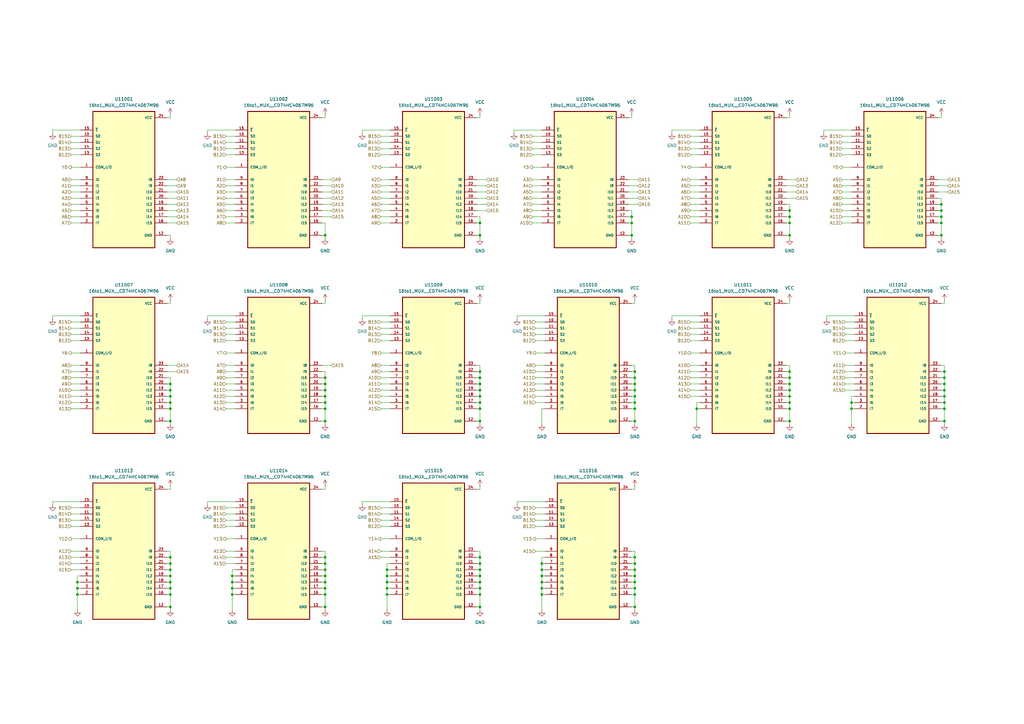
<source format=kicad_sch>
(kicad_sch (version 20250114) (generator "eeschema") (generator_version "9.0")
  (paper "A3")
  (title_block (title "16b Logic Shift Left") (company "AGH Logic Unit") (comment 1 "mALUch project"))
  (junction (at 222.25 238.76))
  (junction (at 31.75 238.76))
  (junction (at 386.08 86.36))
  (junction (at 386.08 83.82))
  (junction (at 323.85 91.44))
  (junction (at 69.85 167.64))
  (junction (at 260.35 236.22))
  (junction (at 259.08 91.44))
  (junction (at 323.85 88.9))
  (junction (at 133.35 231.14))
  (junction (at 196.85 154.94))
  (junction (at 95.25 241.3))
  (junction (at 260.35 243.84))
  (junction (at 260.35 172.72))
  (junction (at 31.75 241.3))
  (junction (at 196.85 243.84))
  (junction (at 196.85 241.3))
  (junction (at 196.85 157.48))
  (junction (at 260.35 152.4))
  (junction (at 158.75 243.84))
  (junction (at 196.85 152.4))
  (junction (at 222.25 233.68))
  (junction (at 387.35 162.56))
  (junction (at 196.85 238.76))
  (junction (at 196.85 233.68))
  (junction (at 133.35 248.92))
  (junction (at 386.08 88.9))
  (junction (at 260.35 167.64))
  (junction (at 387.35 160.02))
  (junction (at 69.85 172.72))
  (junction (at 260.35 228.6))
  (junction (at 259.08 96.52))
  (junction (at 95.25 236.22))
  (junction (at 260.35 154.94))
  (junction (at 133.35 243.84))
  (junction (at 196.85 248.92))
  (junction (at 69.85 238.76))
  (junction (at 133.35 96.52))
  (junction (at 260.35 160.02))
  (junction (at 133.35 236.22))
  (junction (at 69.85 241.3))
  (junction (at 349.25 165.1))
  (junction (at 222.25 243.84))
  (junction (at 285.75 167.64))
  (junction (at 133.35 165.1))
  (junction (at 133.35 167.64))
  (junction (at 196.85 228.6))
  (junction (at 260.35 157.48))
  (junction (at 323.85 162.56))
  (junction (at 69.85 165.1))
  (junction (at 133.35 228.6))
  (junction (at 196.85 172.72))
  (junction (at 69.85 248.92))
  (junction (at 323.85 172.72))
  (junction (at 260.35 233.68))
  (junction (at 260.35 238.76))
  (junction (at 196.85 236.22))
  (junction (at 386.08 96.52))
  (junction (at 387.35 167.64))
  (junction (at 196.85 96.52))
  (junction (at 69.85 231.14))
  (junction (at 323.85 152.4))
  (junction (at 387.35 157.48))
  (junction (at 323.85 160.02))
  (junction (at 387.35 165.1))
  (junction (at 69.85 243.84))
  (junction (at 222.25 241.3))
  (junction (at 133.35 241.3))
  (junction (at 133.35 238.76))
  (junction (at 196.85 165.1))
  (junction (at 69.85 233.68))
  (junction (at 323.85 165.1))
  (junction (at 260.35 162.56))
  (junction (at 196.85 231.14))
  (junction (at 69.85 160.02))
  (junction (at 69.85 228.6))
  (junction (at 349.25 167.64))
  (junction (at 158.75 236.22))
  (junction (at 31.75 243.84))
  (junction (at 387.35 152.4))
  (junction (at 260.35 231.14))
  (junction (at 133.35 160.02))
  (junction (at 323.85 157.48))
  (junction (at 196.85 167.64))
  (junction (at 133.35 157.48))
  (junction (at 323.85 96.52))
  (junction (at 259.08 88.9))
  (junction (at 323.85 154.94))
  (junction (at 133.35 233.68))
  (junction (at 158.75 241.3))
  (junction (at 196.85 91.44))
  (junction (at 222.25 236.22))
  (junction (at 69.85 162.56))
  (junction (at 323.85 167.64))
  (junction (at 387.35 154.94))
  (junction (at 260.35 248.92))
  (junction (at 95.25 243.84))
  (junction (at 222.25 231.14))
  (junction (at 196.85 162.56))
  (junction (at 69.85 236.22))
  (junction (at 133.35 154.94))
  (junction (at 386.08 91.44))
  (junction (at 133.35 172.72))
  (junction (at 387.35 172.72))
  (junction (at 69.85 157.48))
  (junction (at 133.35 162.56))
  (junction (at 158.75 233.68))
  (junction (at 158.75 238.76))
  (junction (at 260.35 165.1))
  (junction (at 260.35 241.3))
  (junction (at 95.25 238.76))
  (junction (at 323.85 86.36))
  (junction (at 196.85 160.02))
  (wire (pts (xy 195.58 76.2) (xy 199.39 76.2)))
  (wire (pts (xy 29.21 228.6) (xy 33.02 228.6)))
  (wire (pts (xy 69.85 154.94) (xy 69.85 157.48)))
  (wire (pts (xy 133.35 200.66) (xy 132.08 200.66)))
  (wire (pts (xy 386.08 152.4) (xy 387.35 152.4)))
  (wire (pts (xy 29.21 88.9) (xy 33.02 88.9)))
  (wire (pts (xy 156.21 228.6) (xy 160.02 228.6)))
  (wire (pts (xy 349.25 162.56) (xy 350.52 162.56)))
  (wire (pts (xy 259.08 243.84) (xy 260.35 243.84)))
  (wire (pts (xy 275.59 129.54) (xy 287.02 129.54)))
  (wire (pts (xy 29.21 86.36) (xy 33.02 86.36)))
  (wire (pts (xy 260.35 152.4) (xy 260.35 154.94)))
  (wire (pts (xy 133.35 165.1) (xy 133.35 167.64)))
  (wire (pts (xy 29.21 63.5) (xy 33.02 63.5)))
  (wire (pts (xy 285.75 167.64) (xy 287.02 167.64)))
  (wire (pts (xy 195.58 162.56) (xy 196.85 162.56)))
  (wire (pts (xy 219.71 160.02) (xy 223.52 160.02)))
  (wire (pts (xy 132.08 81.28) (xy 135.89 81.28)))
  (wire (pts (xy 29.21 76.2) (xy 33.02 76.2)))
  (wire (pts (xy 349.25 173.99) (xy 349.25 167.64)))
  (wire (pts (xy 322.58 86.36) (xy 323.85 86.36)))
  (wire (pts (xy 259.08 236.22) (xy 260.35 236.22)))
  (wire (pts (xy 133.35 123.19) (xy 133.35 124.46)))
  (wire (pts (xy 222.25 236.22) (xy 223.52 236.22)))
  (wire (pts (xy 260.35 248.92) (xy 259.08 248.92)))
  (wire (pts (xy 31.75 241.3) (xy 33.02 241.3)))
  (wire (pts (xy 260.35 167.64) (xy 260.35 172.72)))
  (wire (pts (xy 195.58 88.9) (xy 196.85 88.9)))
  (wire (pts (xy 323.85 149.86) (xy 323.85 152.4)))
  (wire (pts (xy 386.08 97.79) (xy 386.08 96.52)))
  (wire (pts (xy 323.85 123.19) (xy 323.85 124.46)))
  (wire (pts (xy 69.85 200.66) (xy 68.58 200.66)))
  (wire (pts (xy 29.21 91.44) (xy 33.02 91.44)))
  (wire (pts (xy 132.08 152.4) (xy 133.35 152.4)))
  (wire (pts (xy 323.85 88.9) (xy 323.85 91.44)))
  (wire (pts (xy 260.35 233.68) (xy 260.35 236.22)))
  (wire (pts (xy 132.08 165.1) (xy 133.35 165.1)))
  (wire (pts (xy 68.58 76.2) (xy 72.39 76.2)))
  (wire (pts (xy 29.21 68.58) (xy 33.02 68.58)))
  (wire (pts (xy 322.58 160.02) (xy 323.85 160.02)))
  (wire (pts (xy 92.71 58.42) (xy 96.52 58.42)))
  (wire (pts (xy 195.58 81.28) (xy 199.39 81.28)))
  (wire (pts (xy 31.75 243.84) (xy 33.02 243.84)))
  (wire (pts (xy 283.21 58.42) (xy 287.02 58.42)))
  (wire (pts (xy 196.85 243.84) (xy 196.85 248.92)))
  (wire (pts (xy 196.85 250.19) (xy 196.85 248.92)))
  (wire (pts (xy 95.25 238.76) (xy 96.52 238.76)))
  (wire (pts (xy 132.08 167.64) (xy 133.35 167.64)))
  (wire (pts (xy 260.35 160.02) (xy 260.35 162.56)))
  (wire (pts (xy 259.08 228.6) (xy 260.35 228.6)))
  (wire (pts (xy 29.21 152.4) (xy 33.02 152.4)))
  (wire (pts (xy 31.75 236.22) (xy 31.75 238.76)))
  (wire (pts (xy 386.08 149.86) (xy 387.35 149.86)))
  (wire (pts (xy 283.21 137.16) (xy 287.02 137.16)))
  (wire (pts (xy 156.21 167.64) (xy 160.02 167.64)))
  (wire (pts (xy 387.35 123.19) (xy 387.35 124.46)))
  (wire (pts (xy 260.35 124.46) (xy 259.08 124.46)))
  (wire (pts (xy 21.59 54.61) (xy 21.59 53.34)))
  (wire (pts (xy 275.59 130.81) (xy 275.59 129.54)))
  (wire (pts (xy 218.44 86.36) (xy 222.25 86.36)))
  (wire (pts (xy 68.58 243.84) (xy 69.85 243.84)))
  (wire (pts (xy 257.81 88.9) (xy 259.08 88.9)))
  (wire (pts (xy 133.35 228.6) (xy 133.35 231.14)))
  (wire (pts (xy 29.21 83.82) (xy 33.02 83.82)))
  (wire (pts (xy 322.58 91.44) (xy 323.85 91.44)))
  (wire (pts (xy 132.08 154.94) (xy 133.35 154.94)))
  (wire (pts (xy 133.35 233.68) (xy 133.35 236.22)))
  (wire (pts (xy 132.08 160.02) (xy 133.35 160.02)))
  (wire (pts (xy 133.35 167.64) (xy 133.35 172.72)))
  (wire (pts (xy 222.25 228.6) (xy 222.25 231.14)))
  (wire (pts (xy 339.09 129.54) (xy 350.52 129.54)))
  (wire (pts (xy 85.09 129.54) (xy 96.52 129.54)))
  (wire (pts (xy 386.08 157.48) (xy 387.35 157.48)))
  (wire (pts (xy 95.25 236.22) (xy 95.25 238.76)))
  (wire (pts (xy 222.25 231.14) (xy 222.25 233.68)))
  (wire (pts (xy 133.35 199.39) (xy 133.35 200.66)))
  (wire (pts (xy 195.58 152.4) (xy 196.85 152.4)))
  (wire (pts (xy 95.25 241.3) (xy 96.52 241.3)))
  (wire (pts (xy 259.08 226.06) (xy 260.35 226.06)))
  (wire (pts (xy 29.21 60.96) (xy 33.02 60.96)))
  (wire (pts (xy 69.85 165.1) (xy 69.85 167.64)))
  (wire (pts (xy 222.25 241.3) (xy 223.52 241.3)))
  (wire (pts (xy 69.85 167.64) (xy 69.85 172.72)))
  (wire (pts (xy 29.21 210.82) (xy 33.02 210.82)))
  (wire (pts (xy 196.85 236.22) (xy 196.85 238.76)))
  (wire (pts (xy 133.35 157.48) (xy 133.35 160.02)))
  (wire (pts (xy 132.08 233.68) (xy 133.35 233.68)))
  (wire (pts (xy 259.08 88.9) (xy 259.08 91.44)))
  (wire (pts (xy 260.35 172.72) (xy 259.08 172.72)))
  (wire (pts (xy 283.21 78.74) (xy 287.02 78.74)))
  (wire (pts (xy 260.35 200.66) (xy 259.08 200.66)))
  (wire (pts (xy 133.35 124.46) (xy 132.08 124.46)))
  (wire (pts (xy 29.21 215.9) (xy 33.02 215.9)))
  (wire (pts (xy 92.71 78.74) (xy 96.52 78.74)))
  (wire (pts (xy 132.08 231.14) (xy 133.35 231.14)))
  (wire (pts (xy 323.85 162.56) (xy 323.85 165.1)))
  (wire (pts (xy 69.85 238.76) (xy 69.85 241.3)))
  (wire (pts (xy 345.44 60.96) (xy 349.25 60.96)))
  (wire (pts (xy 156.21 68.58) (xy 160.02 68.58)))
  (wire (pts (xy 195.58 236.22) (xy 196.85 236.22)))
  (wire (pts (xy 29.21 162.56) (xy 33.02 162.56)))
  (wire (pts (xy 195.58 241.3) (xy 196.85 241.3)))
  (wire (pts (xy 283.21 81.28) (xy 287.02 81.28)))
  (wire (pts (xy 257.81 76.2) (xy 261.62 76.2)))
  (wire (pts (xy 68.58 86.36) (xy 72.39 86.36)))
  (wire (pts (xy 322.58 162.56) (xy 323.85 162.56)))
  (wire (pts (xy 92.71 210.82) (xy 96.52 210.82)))
  (wire (pts (xy 195.58 167.64) (xy 196.85 167.64)))
  (wire (pts (xy 148.59 54.61) (xy 148.59 53.34)))
  (wire (pts (xy 148.59 129.54) (xy 160.02 129.54)))
  (wire (pts (xy 257.81 91.44) (xy 259.08 91.44)))
  (wire (pts (xy 195.58 78.74) (xy 199.39 78.74)))
  (wire (pts (xy 156.21 55.88) (xy 160.02 55.88)))
  (wire (pts (xy 92.71 228.6) (xy 96.52 228.6)))
  (wire (pts (xy 92.71 83.82) (xy 96.52 83.82)))
  (wire (pts (xy 29.21 73.66) (xy 33.02 73.66)))
  (wire (pts (xy 85.09 54.61) (xy 85.09 53.34)))
  (wire (pts (xy 219.71 215.9) (xy 223.52 215.9)))
  (wire (pts (xy 156.21 78.74) (xy 160.02 78.74)))
  (wire (pts (xy 132.08 243.84) (xy 133.35 243.84)))
  (wire (pts (xy 259.08 162.56) (xy 260.35 162.56)))
  (wire (pts (xy 69.85 46.99) (xy 69.85 48.26)))
  (wire (pts (xy 132.08 73.66) (xy 135.89 73.66)))
  (wire (pts (xy 29.21 81.28) (xy 33.02 81.28)))
  (wire (pts (xy 92.71 91.44) (xy 96.52 91.44)))
  (wire (pts (xy 387.35 165.1) (xy 387.35 167.64)))
  (wire (pts (xy 259.08 97.79) (xy 259.08 96.52)))
  (wire (pts (xy 69.85 162.56) (xy 69.85 165.1)))
  (wire (pts (xy 387.35 173.99) (xy 387.35 172.72)))
  (wire (pts (xy 68.58 165.1) (xy 69.85 165.1)))
  (wire (pts (xy 92.71 213.36) (xy 96.52 213.36)))
  (wire (pts (xy 133.35 172.72) (xy 132.08 172.72)))
  (wire (pts (xy 85.09 130.81) (xy 85.09 129.54)))
  (wire (pts (xy 384.81 78.74) (xy 388.62 78.74)))
  (wire (pts (xy 257.81 83.82) (xy 261.62 83.82)))
  (wire (pts (xy 69.85 123.19) (xy 69.85 124.46)))
  (wire (pts (xy 283.21 86.36) (xy 287.02 86.36)))
  (wire (pts (xy 323.85 91.44) (xy 323.85 96.52)))
  (wire (pts (xy 69.85 199.39) (xy 69.85 200.66)))
  (wire (pts (xy 132.08 86.36) (xy 135.89 86.36)))
  (wire (pts (xy 259.08 241.3) (xy 260.35 241.3)))
  (wire (pts (xy 259.08 167.64) (xy 260.35 167.64)))
  (wire (pts (xy 386.08 167.64) (xy 387.35 167.64)))
  (wire (pts (xy 219.71 220.98) (xy 223.52 220.98)))
  (wire (pts (xy 219.71 208.28) (xy 223.52 208.28)))
  (wire (pts (xy 219.71 149.86) (xy 223.52 149.86)))
  (wire (pts (xy 68.58 88.9) (xy 72.39 88.9)))
  (wire (pts (xy 283.21 134.62) (xy 287.02 134.62)))
  (wire (pts (xy 323.85 96.52) (xy 322.58 96.52)))
  (wire (pts (xy 218.44 63.5) (xy 222.25 63.5)))
  (wire (pts (xy 92.71 68.58) (xy 96.52 68.58)))
  (wire (pts (xy 31.75 241.3) (xy 31.75 238.76)))
  (wire (pts (xy 132.08 238.76) (xy 133.35 238.76)))
  (wire (pts (xy 346.71 137.16) (xy 350.52 137.16)))
  (wire (pts (xy 69.85 228.6) (xy 69.85 231.14)))
  (wire (pts (xy 222.25 236.22) (xy 222.25 238.76)))
  (wire (pts (xy 92.71 149.86) (xy 96.52 149.86)))
  (wire (pts (xy 196.85 238.76) (xy 196.85 241.3)))
  (wire (pts (xy 132.08 76.2) (xy 135.89 76.2)))
  (wire (pts (xy 387.35 149.86) (xy 387.35 152.4)))
  (wire (pts (xy 69.85 173.99) (xy 69.85 172.72)))
  (wire (pts (xy 195.58 228.6) (xy 196.85 228.6)))
  (wire (pts (xy 92.71 162.56) (xy 96.52 162.56)))
  (wire (pts (xy 196.85 199.39) (xy 196.85 200.66)))
  (wire (pts (xy 349.25 167.64) (xy 349.25 165.1)))
  (wire (pts (xy 283.21 88.9) (xy 287.02 88.9)))
  (wire (pts (xy 222.25 167.64) (xy 223.52 167.64)))
  (wire (pts (xy 283.21 76.2) (xy 287.02 76.2)))
  (wire (pts (xy 29.21 226.06) (xy 33.02 226.06)))
  (wire (pts (xy 132.08 91.44) (xy 133.35 91.44)))
  (wire (pts (xy 387.35 162.56) (xy 387.35 165.1)))
  (wire (pts (xy 210.82 54.61) (xy 210.82 53.34)))
  (wire (pts (xy 212.09 207.01) (xy 212.09 205.74)))
  (wire (pts (xy 346.71 157.48) (xy 350.52 157.48)))
  (wire (pts (xy 92.71 73.66) (xy 96.52 73.66)))
  (wire (pts (xy 195.58 154.94) (xy 196.85 154.94)))
  (wire (pts (xy 323.85 97.79) (xy 323.85 96.52)))
  (wire (pts (xy 68.58 149.86) (xy 72.39 149.86)))
  (wire (pts (xy 92.71 208.28) (xy 96.52 208.28)))
  (wire (pts (xy 196.85 162.56) (xy 196.85 165.1)))
  (wire (pts (xy 259.08 46.99) (xy 259.08 48.26)))
  (wire (pts (xy 133.35 46.99) (xy 133.35 48.26)))
  (wire (pts (xy 283.21 154.94) (xy 287.02 154.94)))
  (wire (pts (xy 222.25 238.76) (xy 223.52 238.76)))
  (wire (pts (xy 195.58 157.48) (xy 196.85 157.48)))
  (wire (pts (xy 259.08 165.1) (xy 260.35 165.1)))
  (wire (pts (xy 260.35 231.14) (xy 260.35 233.68)))
  (wire (pts (xy 132.08 162.56) (xy 133.35 162.56)))
  (wire (pts (xy 275.59 53.34) (xy 287.02 53.34)))
  (wire (pts (xy 283.21 160.02) (xy 287.02 160.02)))
  (wire (pts (xy 218.44 88.9) (xy 222.25 88.9)))
  (wire (pts (xy 386.08 88.9) (xy 386.08 91.44)))
  (wire (pts (xy 196.85 160.02) (xy 196.85 162.56)))
  (wire (pts (xy 132.08 236.22) (xy 133.35 236.22)))
  (wire (pts (xy 92.71 134.62) (xy 96.52 134.62)))
  (wire (pts (xy 384.81 73.66) (xy 388.62 73.66)))
  (wire (pts (xy 68.58 233.68) (xy 69.85 233.68)))
  (wire (pts (xy 260.35 165.1) (xy 260.35 167.64)))
  (wire (pts (xy 196.85 231.14) (xy 196.85 233.68)))
  (wire (pts (xy 260.35 238.76) (xy 260.35 241.3)))
  (wire (pts (xy 196.85 172.72) (xy 195.58 172.72)))
  (wire (pts (xy 69.85 96.52) (xy 68.58 96.52)))
  (wire (pts (xy 148.59 207.01) (xy 148.59 205.74)))
  (wire (pts (xy 92.71 165.1) (xy 96.52 165.1)))
  (wire (pts (xy 323.85 157.48) (xy 323.85 160.02)))
  (wire (pts (xy 337.82 53.34) (xy 349.25 53.34)))
  (wire (pts (xy 68.58 162.56) (xy 69.85 162.56)))
  (wire (pts (xy 260.35 173.99) (xy 260.35 172.72)))
  (wire (pts (xy 260.35 243.84) (xy 260.35 248.92)))
  (wire (pts (xy 219.71 157.48) (xy 223.52 157.48)))
  (wire (pts (xy 69.85 248.92) (xy 68.58 248.92)))
  (wire (pts (xy 69.85 160.02) (xy 69.85 162.56)))
  (wire (pts (xy 133.35 241.3) (xy 133.35 243.84)))
  (wire (pts (xy 69.85 226.06) (xy 69.85 228.6)))
  (wire (pts (xy 69.85 233.68) (xy 69.85 236.22)))
  (wire (pts (xy 69.85 48.26) (xy 68.58 48.26)))
  (wire (pts (xy 29.21 160.02) (xy 33.02 160.02)))
  (wire (pts (xy 384.81 86.36) (xy 386.08 86.36)))
  (wire (pts (xy 156.21 154.94) (xy 160.02 154.94)))
  (wire (pts (xy 196.85 233.68) (xy 196.85 236.22)))
  (wire (pts (xy 345.44 91.44) (xy 349.25 91.44)))
  (wire (pts (xy 260.35 199.39) (xy 260.35 200.66)))
  (wire (pts (xy 386.08 165.1) (xy 387.35 165.1)))
  (wire (pts (xy 195.58 73.66) (xy 199.39 73.66)))
  (wire (pts (xy 29.21 149.86) (xy 33.02 149.86)))
  (wire (pts (xy 218.44 73.66) (xy 222.25 73.66)))
  (wire (pts (xy 219.71 144.78) (xy 223.52 144.78)))
  (wire (pts (xy 323.85 154.94) (xy 323.85 157.48)))
  (wire (pts (xy 259.08 238.76) (xy 260.35 238.76)))
  (wire (pts (xy 283.21 91.44) (xy 287.02 91.44)))
  (wire (pts (xy 259.08 152.4) (xy 260.35 152.4)))
  (wire (pts (xy 92.71 167.64) (xy 96.52 167.64)))
  (wire (pts (xy 85.09 207.01) (xy 85.09 205.74)))
  (wire (pts (xy 196.85 124.46) (xy 195.58 124.46)))
  (wire (pts (xy 92.71 231.14) (xy 96.52 231.14)))
  (wire (pts (xy 283.21 68.58) (xy 287.02 68.58)))
  (wire (pts (xy 260.35 250.19) (xy 260.35 248.92)))
  (wire (pts (xy 260.35 149.86) (xy 260.35 152.4)))
  (wire (pts (xy 132.08 228.6) (xy 133.35 228.6)))
  (wire (pts (xy 133.35 48.26) (xy 132.08 48.26)))
  (wire (pts (xy 384.81 88.9) (xy 386.08 88.9)))
  (wire (pts (xy 156.21 83.82) (xy 160.02 83.82)))
  (wire (pts (xy 323.85 152.4) (xy 323.85 154.94)))
  (wire (pts (xy 387.35 167.64) (xy 387.35 172.72)))
  (wire (pts (xy 323.85 165.1) (xy 323.85 167.64)))
  (wire (pts (xy 92.71 88.9) (xy 96.52 88.9)))
  (wire (pts (xy 156.21 139.7) (xy 160.02 139.7)))
  (wire (pts (xy 196.85 248.92) (xy 195.58 248.92)))
  (wire (pts (xy 196.85 91.44) (xy 196.85 96.52)))
  (wire (pts (xy 29.21 144.78) (xy 33.02 144.78)))
  (wire (pts (xy 322.58 83.82) (xy 323.85 83.82)))
  (wire (pts (xy 68.58 81.28) (xy 72.39 81.28)))
  (wire (pts (xy 148.59 53.34) (xy 160.02 53.34)))
  (wire (pts (xy 195.58 83.82) (xy 199.39 83.82)))
  (wire (pts (xy 384.81 91.44) (xy 386.08 91.44)))
  (wire (pts (xy 384.81 83.82) (xy 386.08 83.82)))
  (wire (pts (xy 133.35 162.56) (xy 133.35 165.1)))
  (wire (pts (xy 349.25 165.1) (xy 349.25 162.56)))
  (wire (pts (xy 133.35 160.02) (xy 133.35 162.56)))
  (wire (pts (xy 346.71 139.7) (xy 350.52 139.7)))
  (wire (pts (xy 322.58 149.86) (xy 323.85 149.86)))
  (wire (pts (xy 156.21 88.9) (xy 160.02 88.9)))
  (wire (pts (xy 68.58 167.64) (xy 69.85 167.64)))
  (wire (pts (xy 21.59 130.81) (xy 21.59 129.54)))
  (wire (pts (xy 346.71 144.78) (xy 350.52 144.78)))
  (wire (pts (xy 196.85 157.48) (xy 196.85 160.02)))
  (wire (pts (xy 349.25 165.1) (xy 350.52 165.1)))
  (wire (pts (xy 156.21 144.78) (xy 160.02 144.78)))
  (wire (pts (xy 259.08 91.44) (xy 259.08 96.52)))
  (wire (pts (xy 285.75 167.64) (xy 285.75 165.1)))
  (wire (pts (xy 283.21 55.88) (xy 287.02 55.88)))
  (wire (pts (xy 158.75 241.3) (xy 158.75 238.76)))
  (wire (pts (xy 68.58 238.76) (xy 69.85 238.76)))
  (wire (pts (xy 259.08 233.68) (xy 260.35 233.68)))
  (wire (pts (xy 322.58 88.9) (xy 323.85 88.9)))
  (wire (pts (xy 156.21 213.36) (xy 160.02 213.36)))
  (wire (pts (xy 283.21 157.48) (xy 287.02 157.48)))
  (wire (pts (xy 222.25 241.3) (xy 222.25 238.76)))
  (wire (pts (xy 95.25 250.19) (xy 95.25 243.84)))
  (wire (pts (xy 218.44 81.28) (xy 222.25 81.28)))
  (wire (pts (xy 346.71 132.08) (xy 350.52 132.08)))
  (wire (pts (xy 68.58 73.66) (xy 72.39 73.66)))
  (wire (pts (xy 68.58 83.82) (xy 72.39 83.82)))
  (wire (pts (xy 68.58 236.22) (xy 69.85 236.22)))
  (wire (pts (xy 195.58 243.84) (xy 196.85 243.84)))
  (wire (pts (xy 156.21 73.66) (xy 160.02 73.66)))
  (wire (pts (xy 283.21 83.82) (xy 287.02 83.82)))
  (wire (pts (xy 158.75 243.84) (xy 158.75 241.3)))
  (wire (pts (xy 322.58 165.1) (xy 323.85 165.1)))
  (wire (pts (xy 195.58 233.68) (xy 196.85 233.68)))
  (wire (pts (xy 132.08 83.82) (xy 135.89 83.82)))
  (wire (pts (xy 345.44 55.88) (xy 349.25 55.88)))
  (wire (pts (xy 283.21 60.96) (xy 287.02 60.96)))
  (wire (pts (xy 386.08 86.36) (xy 386.08 88.9)))
  (wire (pts (xy 133.35 154.94) (xy 133.35 157.48)))
  (wire (pts (xy 156.21 134.62) (xy 160.02 134.62)))
  (wire (pts (xy 196.85 88.9) (xy 196.85 91.44)))
  (wire (pts (xy 92.71 63.5) (xy 96.52 63.5)))
  (wire (pts (xy 156.21 76.2) (xy 160.02 76.2)))
  (wire (pts (xy 259.08 149.86) (xy 260.35 149.86)))
  (wire (pts (xy 92.71 86.36) (xy 96.52 86.36)))
  (wire (pts (xy 323.85 173.99) (xy 323.85 172.72)))
  (wire (pts (xy 386.08 96.52) (xy 384.81 96.52)))
  (wire (pts (xy 283.21 149.86) (xy 287.02 149.86)))
  (wire (pts (xy 21.59 129.54) (xy 33.02 129.54)))
  (wire (pts (xy 285.75 165.1) (xy 287.02 165.1)))
  (wire (pts (xy 219.71 154.94) (xy 223.52 154.94)))
  (wire (pts (xy 259.08 231.14) (xy 260.35 231.14)))
  (wire (pts (xy 29.21 233.68) (xy 33.02 233.68)))
  (wire (pts (xy 195.58 165.1) (xy 196.85 165.1)))
  (wire (pts (xy 156.21 152.4) (xy 160.02 152.4)))
  (wire (pts (xy 132.08 226.06) (xy 133.35 226.06)))
  (wire (pts (xy 260.35 157.48) (xy 260.35 160.02)))
  (wire (pts (xy 283.21 144.78) (xy 287.02 144.78)))
  (wire (pts (xy 387.35 172.72) (xy 386.08 172.72)))
  (wire (pts (xy 322.58 152.4) (xy 323.85 152.4)))
  (wire (pts (xy 196.85 152.4) (xy 196.85 154.94)))
  (wire (pts (xy 158.75 233.68) (xy 158.75 236.22)))
  (wire (pts (xy 212.09 130.81) (xy 212.09 129.54)))
  (wire (pts (xy 323.85 46.99) (xy 323.85 48.26)))
  (wire (pts (xy 196.85 167.64) (xy 196.85 172.72)))
  (wire (pts (xy 345.44 76.2) (xy 349.25 76.2)))
  (wire (pts (xy 29.21 157.48) (xy 33.02 157.48)))
  (wire (pts (xy 322.58 76.2) (xy 326.39 76.2)))
  (wire (pts (xy 92.71 215.9) (xy 96.52 215.9)))
  (wire (pts (xy 387.35 124.46) (xy 386.08 124.46)))
  (wire (pts (xy 345.44 58.42) (xy 349.25 58.42)))
  (wire (pts (xy 322.58 81.28) (xy 326.39 81.28)))
  (wire (pts (xy 29.21 231.14) (xy 33.02 231.14)))
  (wire (pts (xy 133.35 236.22) (xy 133.35 238.76)))
  (wire (pts (xy 260.35 236.22) (xy 260.35 238.76)))
  (wire (pts (xy 222.25 173.99) (xy 222.25 167.64)))
  (wire (pts (xy 29.21 139.7) (xy 33.02 139.7)))
  (wire (pts (xy 95.25 243.84) (xy 96.52 243.84)))
  (wire (pts (xy 218.44 55.88) (xy 222.25 55.88)))
  (wire (pts (xy 219.71 134.62) (xy 223.52 134.62)))
  (wire (pts (xy 386.08 48.26) (xy 384.81 48.26)))
  (wire (pts (xy 212.09 129.54) (xy 223.52 129.54)))
  (wire (pts (xy 92.71 81.28) (xy 96.52 81.28)))
  (wire (pts (xy 387.35 154.94) (xy 387.35 157.48)))
  (wire (pts (xy 346.71 134.62) (xy 350.52 134.62)))
  (wire (pts (xy 283.21 139.7) (xy 287.02 139.7)))
  (wire (pts (xy 68.58 154.94) (xy 69.85 154.94)))
  (wire (pts (xy 156.21 162.56) (xy 160.02 162.56)))
  (wire (pts (xy 322.58 73.66) (xy 326.39 73.66)))
  (wire (pts (xy 29.21 137.16) (xy 33.02 137.16)))
  (wire (pts (xy 69.85 250.19) (xy 69.85 248.92)))
  (wire (pts (xy 346.71 160.02) (xy 350.52 160.02)))
  (wire (pts (xy 85.09 205.74) (xy 96.52 205.74)))
  (wire (pts (xy 259.08 157.48) (xy 260.35 157.48)))
  (wire (pts (xy 21.59 205.74) (xy 33.02 205.74)))
  (wire (pts (xy 323.85 86.36) (xy 323.85 88.9)))
  (wire (pts (xy 322.58 167.64) (xy 323.85 167.64)))
  (wire (pts (xy 156.21 220.98) (xy 160.02 220.98)))
  (wire (pts (xy 219.71 226.06) (xy 223.52 226.06)))
  (wire (pts (xy 196.85 48.26) (xy 195.58 48.26)))
  (wire (pts (xy 222.25 233.68) (xy 222.25 236.22)))
  (wire (pts (xy 259.08 96.52) (xy 257.81 96.52)))
  (wire (pts (xy 285.75 173.99) (xy 285.75 167.64)))
  (wire (pts (xy 158.75 238.76) (xy 160.02 238.76)))
  (wire (pts (xy 196.85 241.3) (xy 196.85 243.84)))
  (wire (pts (xy 196.85 173.99) (xy 196.85 172.72)))
  (wire (pts (xy 68.58 91.44) (xy 72.39 91.44)))
  (wire (pts (xy 158.75 241.3) (xy 160.02 241.3)))
  (wire (pts (xy 346.71 152.4) (xy 350.52 152.4)))
  (wire (pts (xy 195.58 91.44) (xy 196.85 91.44)))
  (wire (pts (xy 29.21 58.42) (xy 33.02 58.42)))
  (wire (pts (xy 148.59 205.74) (xy 160.02 205.74)))
  (wire (pts (xy 386.08 162.56) (xy 387.35 162.56)))
  (wire (pts (xy 132.08 241.3) (xy 133.35 241.3)))
  (wire (pts (xy 33.02 236.22) (xy 31.75 236.22)))
  (wire (pts (xy 148.59 130.81) (xy 148.59 129.54)))
  (wire (pts (xy 322.58 154.94) (xy 323.85 154.94)))
  (wire (pts (xy 158.75 233.68) (xy 160.02 233.68)))
  (wire (pts (xy 386.08 160.02) (xy 387.35 160.02)))
  (wire (pts (xy 92.71 160.02) (xy 96.52 160.02)))
  (wire (pts (xy 196.85 96.52) (xy 195.58 96.52)))
  (wire (pts (xy 345.44 73.66) (xy 349.25 73.66)))
  (wire (pts (xy 133.35 91.44) (xy 133.35 96.52)))
  (wire (pts (xy 68.58 160.02) (xy 69.85 160.02)))
  (wire (pts (xy 337.82 54.61) (xy 337.82 53.34)))
  (wire (pts (xy 259.08 154.94) (xy 260.35 154.94)))
  (wire (pts (xy 219.71 165.1) (xy 223.52 165.1)))
  (wire (pts (xy 260.35 228.6) (xy 260.35 231.14)))
  (wire (pts (xy 92.71 226.06) (xy 96.52 226.06)))
  (wire (pts (xy 156.21 86.36) (xy 160.02 86.36)))
  (wire (pts (xy 92.71 139.7) (xy 96.52 139.7)))
  (wire (pts (xy 156.21 137.16) (xy 160.02 137.16)))
  (wire (pts (xy 196.85 154.94) (xy 196.85 157.48)))
  (wire (pts (xy 222.25 231.14) (xy 223.52 231.14)))
  (wire (pts (xy 257.81 86.36) (xy 259.08 86.36)))
  (wire (pts (xy 196.85 165.1) (xy 196.85 167.64)))
  (wire (pts (xy 222.25 250.19) (xy 222.25 243.84)))
  (wire (pts (xy 68.58 157.48) (xy 69.85 157.48)))
  (wire (pts (xy 345.44 78.74) (xy 349.25 78.74)))
  (wire (pts (xy 133.35 250.19) (xy 133.35 248.92)))
  (wire (pts (xy 68.58 228.6) (xy 69.85 228.6)))
  (wire (pts (xy 218.44 60.96) (xy 222.25 60.96)))
  (wire (pts (xy 158.75 236.22) (xy 160.02 236.22)))
  (wire (pts (xy 92.71 154.94) (xy 96.52 154.94)))
  (wire (pts (xy 31.75 243.84) (xy 31.75 241.3)))
  (wire (pts (xy 345.44 68.58) (xy 349.25 68.58)))
  (wire (pts (xy 212.09 205.74) (xy 223.52 205.74)))
  (wire (pts (xy 322.58 157.48) (xy 323.85 157.48)))
  (wire (pts (xy 156.21 58.42) (xy 160.02 58.42)))
  (wire (pts (xy 158.75 236.22) (xy 158.75 238.76)))
  (wire (pts (xy 196.85 97.79) (xy 196.85 96.52)))
  (wire (pts (xy 339.09 130.81) (xy 339.09 129.54)))
  (wire (pts (xy 133.35 152.4) (xy 133.35 154.94)))
  (wire (pts (xy 346.71 149.86) (xy 350.52 149.86)))
  (wire (pts (xy 156.21 160.02) (xy 160.02 160.02)))
  (wire (pts (xy 322.58 78.74) (xy 326.39 78.74)))
  (wire (pts (xy 69.85 157.48) (xy 69.85 160.02)))
  (wire (pts (xy 92.71 157.48) (xy 96.52 157.48)))
  (wire (pts (xy 222.25 233.68) (xy 223.52 233.68)))
  (wire (pts (xy 133.35 238.76) (xy 133.35 241.3)))
  (wire (pts (xy 156.21 132.08) (xy 160.02 132.08)))
  (wire (pts (xy 218.44 76.2) (xy 222.25 76.2)))
  (wire (pts (xy 133.35 243.84) (xy 133.35 248.92)))
  (wire (pts (xy 323.85 48.26) (xy 322.58 48.26)))
  (wire (pts (xy 156.21 226.06) (xy 160.02 226.06)))
  (wire (pts (xy 132.08 149.86) (xy 135.89 149.86)))
  (wire (pts (xy 158.75 250.19) (xy 158.75 243.84)))
  (wire (pts (xy 387.35 152.4) (xy 387.35 154.94)))
  (wire (pts (xy 133.35 97.79) (xy 133.35 96.52)))
  (wire (pts (xy 345.44 81.28) (xy 349.25 81.28)))
  (wire (pts (xy 69.85 172.72) (xy 68.58 172.72)))
  (wire (pts (xy 386.08 81.28) (xy 386.08 83.82)))
  (wire (pts (xy 346.71 154.94) (xy 350.52 154.94)))
  (wire (pts (xy 132.08 88.9) (xy 135.89 88.9)))
  (wire (pts (xy 345.44 88.9) (xy 349.25 88.9)))
  (wire (pts (xy 95.25 243.84) (xy 95.25 241.3)))
  (wire (pts (xy 29.21 167.64) (xy 33.02 167.64)))
  (wire (pts (xy 222.25 243.84) (xy 223.52 243.84)))
  (wire (pts (xy 218.44 58.42) (xy 222.25 58.42)))
  (wire (pts (xy 156.21 91.44) (xy 160.02 91.44)))
  (wire (pts (xy 259.08 160.02) (xy 260.35 160.02)))
  (wire (pts (xy 92.71 144.78) (xy 96.52 144.78)))
  (wire (pts (xy 260.35 162.56) (xy 260.35 165.1)))
  (wire (pts (xy 69.85 231.14) (xy 69.85 233.68)))
  (wire (pts (xy 133.35 226.06) (xy 133.35 228.6)))
  (wire (pts (xy 219.71 162.56) (xy 223.52 162.56)))
  (wire (pts (xy 156.21 149.86) (xy 160.02 149.86)))
  (wire (pts (xy 85.09 53.34) (xy 96.52 53.34)))
  (wire (pts (xy 68.58 226.06) (xy 69.85 226.06)))
  (wire (pts (xy 69.85 124.46) (xy 68.58 124.46)))
  (wire (pts (xy 219.71 152.4) (xy 223.52 152.4)))
  (wire (pts (xy 196.85 123.19) (xy 196.85 124.46)))
  (wire (pts (xy 156.21 157.48) (xy 160.02 157.48)))
  (wire (pts (xy 92.71 55.88) (xy 96.52 55.88)))
  (wire (pts (xy 386.08 83.82) (xy 386.08 86.36)))
  (wire (pts (xy 92.71 60.96) (xy 96.52 60.96)))
  (wire (pts (xy 21.59 53.34) (xy 33.02 53.34)))
  (wire (pts (xy 323.85 124.46) (xy 322.58 124.46)))
  (wire (pts (xy 283.21 152.4) (xy 287.02 152.4)))
  (wire (pts (xy 132.08 157.48) (xy 133.35 157.48)))
  (wire (pts (xy 283.21 132.08) (xy 287.02 132.08)))
  (wire (pts (xy 387.35 157.48) (xy 387.35 160.02)))
  (wire (pts (xy 323.85 83.82) (xy 323.85 86.36)))
  (wire (pts (xy 69.85 243.84) (xy 69.85 248.92)))
  (wire (pts (xy 133.35 173.99) (xy 133.35 172.72)))
  (wire (pts (xy 156.21 165.1) (xy 160.02 165.1)))
  (wire (pts (xy 223.52 228.6) (xy 222.25 228.6)))
  (wire (pts (xy 218.44 83.82) (xy 222.25 83.82)))
  (wire (pts (xy 386.08 91.44) (xy 386.08 96.52)))
  (wire (pts (xy 92.71 137.16) (xy 96.52 137.16)))
  (wire (pts (xy 219.71 132.08) (xy 223.52 132.08)))
  (wire (pts (xy 323.85 160.02) (xy 323.85 162.56)))
  (wire (pts (xy 260.35 154.94) (xy 260.35 157.48)))
  (wire (pts (xy 323.85 172.72) (xy 322.58 172.72)))
  (wire (pts (xy 384.81 81.28) (xy 386.08 81.28)))
  (wire (pts (xy 132.08 78.74) (xy 135.89 78.74)))
  (wire (pts (xy 275.59 54.61) (xy 275.59 53.34)))
  (wire (pts (xy 133.35 96.52) (xy 132.08 96.52)))
  (wire (pts (xy 29.21 213.36) (xy 33.02 213.36)))
  (wire (pts (xy 219.71 213.36) (xy 223.52 213.36)))
  (wire (pts (xy 195.58 231.14) (xy 196.85 231.14)))
  (wire (pts (xy 196.85 226.06) (xy 196.85 228.6)))
  (wire (pts (xy 260.35 241.3) (xy 260.35 243.84)))
  (wire (pts (xy 387.35 160.02) (xy 387.35 162.56)))
  (wire (pts (xy 260.35 123.19) (xy 260.35 124.46)))
  (wire (pts (xy 69.85 241.3) (xy 69.85 243.84)))
  (wire (pts (xy 156.21 208.28) (xy 160.02 208.28)))
  (wire (pts (xy 218.44 91.44) (xy 222.25 91.44)))
  (wire (pts (xy 31.75 238.76) (xy 33.02 238.76)))
  (wire (pts (xy 31.75 250.19) (xy 31.75 243.84)))
  (wire (pts (xy 195.58 149.86) (xy 196.85 149.86)))
  (wire (pts (xy 158.75 243.84) (xy 160.02 243.84)))
  (wire (pts (xy 259.08 48.26) (xy 257.81 48.26)))
  (wire (pts (xy 29.21 55.88) (xy 33.02 55.88)))
  (wire (pts (xy 156.21 60.96) (xy 160.02 60.96)))
  (wire (pts (xy 345.44 83.82) (xy 349.25 83.82)))
  (wire (pts (xy 349.25 167.64) (xy 350.52 167.64)))
  (wire (pts (xy 133.35 231.14) (xy 133.35 233.68)))
  (wire (pts (xy 29.21 78.74) (xy 33.02 78.74)))
  (wire (pts (xy 29.21 220.98) (xy 33.02 220.98)))
  (wire (pts (xy 345.44 63.5) (xy 349.25 63.5)))
  (wire (pts (xy 69.85 97.79) (xy 69.85 96.52)))
  (wire (pts (xy 259.08 86.36) (xy 259.08 88.9)))
  (wire (pts (xy 283.21 73.66) (xy 287.02 73.66)))
  (wire (pts (xy 219.71 139.7) (xy 223.52 139.7)))
  (wire (pts (xy 96.52 233.68) (xy 95.25 233.68)))
  (wire (pts (xy 210.82 53.34) (xy 222.25 53.34)))
  (wire (pts (xy 257.81 81.28) (xy 261.62 81.28)))
  (wire (pts (xy 21.59 207.01) (xy 21.59 205.74)))
  (wire (pts (xy 257.81 78.74) (xy 261.62 78.74)))
  (wire (pts (xy 219.71 137.16) (xy 223.52 137.16)))
  (wire (pts (xy 158.75 231.14) (xy 158.75 233.68)))
  (wire (pts (xy 92.71 76.2) (xy 96.52 76.2)))
  (wire (pts (xy 29.21 165.1) (xy 33.02 165.1)))
  (wire (pts (xy 257.81 73.66) (xy 261.62 73.66)))
  (wire (pts (xy 283.21 162.56) (xy 287.02 162.56)))
  (wire (pts (xy 196.85 228.6) (xy 196.85 231.14)))
  (wire (pts (xy 92.71 220.98) (xy 96.52 220.98)))
  (wire (pts (xy 92.71 132.08) (xy 96.52 132.08)))
  (wire (pts (xy 218.44 68.58) (xy 222.25 68.58)))
  (wire (pts (xy 68.58 152.4) (xy 72.39 152.4)))
  (wire (pts (xy 95.25 233.68) (xy 95.25 236.22)))
  (wire (pts (xy 195.58 86.36) (xy 199.39 86.36)))
  (wire (pts (xy 195.58 160.02) (xy 196.85 160.02)))
  (wire (pts (xy 68.58 241.3) (xy 69.85 241.3)))
  (wire (pts (xy 69.85 236.22) (xy 69.85 238.76)))
  (wire (pts (xy 68.58 78.74) (xy 72.39 78.74)))
  (wire (pts (xy 222.25 243.84) (xy 222.25 241.3)))
  (wire (pts (xy 156.21 63.5) (xy 160.02 63.5)))
  (wire (pts (xy 156.21 215.9) (xy 160.02 215.9)))
  (wire (pts (xy 196.85 149.86) (xy 196.85 152.4)))
  (wire (pts (xy 156.21 210.82) (xy 160.02 210.82)))
  (wire (pts (xy 195.58 238.76) (xy 196.85 238.76)))
  (wire (pts (xy 218.44 78.74) (xy 222.25 78.74)))
  (wire (pts (xy 196.85 200.66) (xy 195.58 200.66)))
  (wire (pts (xy 29.21 132.08) (xy 33.02 132.08)))
  (wire (pts (xy 95.25 236.22) (xy 96.52 236.22)))
  (wire (pts (xy 386.08 154.94) (xy 387.35 154.94)))
  (wire (pts (xy 196.85 46.99) (xy 196.85 48.26)))
  (wire (pts (xy 160.02 231.14) (xy 158.75 231.14)))
  (wire (pts (xy 260.35 226.06) (xy 260.35 228.6)))
  (wire (pts (xy 29.21 134.62) (xy 33.02 134.62)))
  (wire (pts (xy 386.08 46.99) (xy 386.08 48.26)))
  (wire (pts (xy 29.21 208.28) (xy 33.02 208.28)))
  (wire (pts (xy 92.71 152.4) (xy 96.52 152.4)))
  (wire (pts (xy 195.58 226.06) (xy 196.85 226.06)))
  (wire (pts (xy 323.85 167.64) (xy 323.85 172.72)))
  (wire (pts (xy 384.81 76.2) (xy 388.62 76.2)))
  (wire (pts (xy 133.35 248.92) (xy 132.08 248.92)))
  (wire (pts (xy 156.21 81.28) (xy 160.02 81.28)))
  (wire (pts (xy 68.58 231.14) (xy 69.85 231.14)))
  (wire (pts (xy 283.21 63.5) (xy 287.02 63.5)))
  (wire (pts (xy 345.44 86.36) (xy 349.25 86.36)))
  (wire (pts (xy 95.25 241.3) (xy 95.25 238.76)))
  (wire (pts (xy 29.21 154.94) (xy 33.02 154.94)))
  (wire (pts (xy 219.71 210.82) (xy 223.52 210.82)))
  (hierarchical_label "B12" (shape input) (at 29.21 139.7 180))
  (hierarchical_label "A11" (shape input) (at 135.89 78.74 0))
  (hierarchical_label "B12" (shape input) (at 29.21 63.5 180))
  (hierarchical_label "A14" (shape input) (at 283.21 160.02 180))
  (hierarchical_label "B15" (shape input) (at 219.71 132.08 180))
  (hierarchical_label "A8" (shape input) (at 156.21 149.86 180))
  (hierarchical_label "A13" (shape input) (at 326.39 76.2 0))
  (hierarchical_label "A10" (shape input) (at 135.89 76.2 0))
  (hierarchical_label "B12" (shape input) (at 92.71 63.5 180))
  (hierarchical_label "A11" (shape input) (at 199.39 76.2 0))
  (hierarchical_label "A11" (shape input) (at 29.21 162.56 180))
  (hierarchical_label "A6" (shape input) (at 156.21 83.82 180))
  (hierarchical_label "A8" (shape input) (at 29.21 154.94 180))
  (hierarchical_label "B13" (shape input) (at 156.21 213.36 180))
  (hierarchical_label "Y11" (shape output) (at 346.71 144.78 180))
  (hierarchical_label "A5" (shape input) (at 156.21 81.28 180))
  (hierarchical_label "A15" (shape input) (at 72.39 152.4 0))
  (hierarchical_label "A13" (shape input) (at 219.71 160.02 180))
  (hierarchical_label "A9" (shape input) (at 135.89 73.66 0))
  (hierarchical_label "A12" (shape input) (at 346.71 152.4 180))
  (hierarchical_label "A10" (shape input) (at 156.21 154.94 180))
  (hierarchical_label "B12" (shape input) (at 29.21 215.9 180))
  (hierarchical_label "A15" (shape input) (at 92.71 231.14 180))
  (hierarchical_label "A12" (shape input) (at 283.21 154.94 180))
  (hierarchical_label "A10" (shape input) (at 283.21 88.9 180))
  (hierarchical_label "Y15" (shape output) (at 219.71 220.98 180))
  (hierarchical_label "Y6" (shape output) (at 29.21 144.78 180))
  (hierarchical_label "A11" (shape input) (at 283.21 91.44 180))
  (hierarchical_label "B14" (shape input) (at 156.21 58.42 180))
  (hierarchical_label "B12" (shape input) (at 346.71 139.7 180))
  (hierarchical_label "B13" (shape input) (at 156.21 137.16 180))
  (hierarchical_label "B13" (shape input) (at 156.21 60.96 180))
  (hierarchical_label "B13" (shape input) (at 346.71 137.16 180))
  (hierarchical_label "B13" (shape input) (at 29.21 137.16 180))
  (hierarchical_label "Y12" (shape output) (at 29.21 220.98 180))
  (hierarchical_label "A13" (shape input) (at 29.21 167.64 180))
  (hierarchical_label "B13" (shape input) (at 219.71 213.36 180))
  (hierarchical_label "A13" (shape input) (at 346.71 154.94 180))
  (hierarchical_label "A4" (shape input) (at 92.71 81.28 180))
  (hierarchical_label "B12" (shape input) (at 345.44 63.5 180))
  (hierarchical_label "B15" (shape input) (at 29.21 208.28 180))
  (hierarchical_label "A9" (shape input) (at 29.21 157.48 180))
  (hierarchical_label "B12" (shape input) (at 156.21 139.7 180))
  (hierarchical_label "B15" (shape input) (at 346.71 132.08 180))
  (hierarchical_label "A6" (shape input) (at 29.21 149.86 180))
  (hierarchical_label "A3" (shape input) (at 92.71 78.74 180))
  (hierarchical_label "B15" (shape input) (at 283.21 132.08 180))
  (hierarchical_label "A10" (shape input) (at 29.21 160.02 180))
  (hierarchical_label "A13" (shape input) (at 283.21 157.48 180))
  (hierarchical_label "B14" (shape input) (at 29.21 134.62 180))
  (hierarchical_label "B15" (shape input) (at 92.71 208.28 180))
  (hierarchical_label "A15" (shape input) (at 326.39 81.28 0))
  (hierarchical_label "A12" (shape input) (at 219.71 157.48 180))
  (hierarchical_label "Y8" (shape output) (at 156.21 144.78 180))
  (hierarchical_label "A13" (shape input) (at 388.62 73.66 0))
  (hierarchical_label "A2" (shape input) (at 156.21 73.66 180))
  (hierarchical_label "A13" (shape input) (at 135.89 83.82 0))
  (hierarchical_label "A8" (shape input) (at 92.71 152.4 180))
  (hierarchical_label "A9" (shape input) (at 345.44 83.82 180))
  (hierarchical_label "B14" (shape input) (at 156.21 210.82 180))
  (hierarchical_label "A6" (shape input) (at 92.71 86.36 180))
  (hierarchical_label "A7" (shape input) (at 92.71 149.86 180))
  (hierarchical_label "A15" (shape input) (at 156.21 167.64 180))
  (hierarchical_label "A5" (shape input) (at 92.71 83.82 180))
  (hierarchical_label "Y5" (shape output) (at 345.44 68.58 180))
  (hierarchical_label "B13" (shape input) (at 283.21 137.16 180))
  (hierarchical_label "B15" (shape input) (at 219.71 208.28 180))
  (hierarchical_label "A11" (shape input) (at 346.71 149.86 180))
  (hierarchical_label "A12" (shape input) (at 261.62 76.2 0))
  (hierarchical_label "A13" (shape input) (at 261.62 78.74 0))
  (hierarchical_label "Y9" (shape output) (at 219.71 144.78 180))
  (hierarchical_label "A15" (shape input) (at 388.62 78.74 0))
  (hierarchical_label "A14" (shape input) (at 388.62 76.2 0))
  (hierarchical_label "B14" (shape input) (at 29.21 210.82 180))
  (hierarchical_label "B12" (shape input) (at 156.21 63.5 180))
  (hierarchical_label "A4" (shape input) (at 218.44 76.2 180))
  (hierarchical_label "Y2" (shape output) (at 156.21 68.58 180))
  (hierarchical_label "A12" (shape input) (at 135.89 81.28 0))
  (hierarchical_label "B13" (shape input) (at 92.71 137.16 180))
  (hierarchical_label "A15" (shape input) (at 29.21 233.68 180))
  (hierarchical_label "A7" (shape input) (at 218.44 83.82 180))
  (hierarchical_label "A12" (shape input) (at 345.44 91.44 180))
  (hierarchical_label "A12" (shape input) (at 29.21 226.06 180))
  (hierarchical_label "A5" (shape input) (at 29.21 86.36 180))
  (hierarchical_label "A6" (shape input) (at 29.21 88.9 180))
  (hierarchical_label "A7" (shape input) (at 29.21 91.44 180))
  (hierarchical_label "A11" (shape input) (at 72.39 81.28 0))
  (hierarchical_label "A12" (shape input) (at 72.39 83.82 0))
  (hierarchical_label "A13" (shape input) (at 72.39 86.36 0))
  (hierarchical_label "A8" (shape input) (at 72.39 73.66 0))
  (hierarchical_label "A9" (shape input) (at 72.39 76.2 0))
  (hierarchical_label "A10" (shape input) (at 72.39 78.74 0))
  (hierarchical_label "A3" (shape input) (at 29.21 81.28 180))
  (hierarchical_label "A2" (shape input) (at 29.21 78.74 180))
  (hierarchical_label "A0" (shape input) (at 29.21 73.66 180))
  (hierarchical_label "A1" (shape input) (at 29.21 76.2 180))
  (hierarchical_label "A14" (shape input) (at 72.39 88.9 0))
  (hierarchical_label "A15" (shape input) (at 72.39 91.44 0))
  (hierarchical_label "A4" (shape input) (at 29.21 83.82 180))
  (hierarchical_label "B13" (shape input) (at 29.21 60.96 180))
  (hierarchical_label "B14" (shape input) (at 346.71 134.62 180))
  (hierarchical_label "A8" (shape input) (at 283.21 83.82 180))
  (hierarchical_label "A14" (shape input) (at 261.62 81.28 0))
  (hierarchical_label "A12" (shape input) (at 199.39 78.74 0))
  (hierarchical_label "B15" (shape input) (at 29.21 55.88 180))
  (hierarchical_label "B14" (shape input) (at 283.21 134.62 180))
  (hierarchical_label "B12" (shape input) (at 283.21 139.7 180))
  (hierarchical_label "Y14" (shape output) (at 156.21 220.98 180))
  (hierarchical_label "A5" (shape input) (at 283.21 76.2 180))
  (hierarchical_label "A15" (shape input) (at 219.71 165.1 180))
  (hierarchical_label "A9" (shape input) (at 156.21 91.44 180))
  (hierarchical_label "B14" (shape input) (at 92.71 210.82 180))
  (hierarchical_label "A9" (shape input) (at 283.21 86.36 180))
  (hierarchical_label "A15" (shape input) (at 156.21 228.6 180))
  (hierarchical_label "A10" (shape input) (at 345.44 86.36 180))
  (hierarchical_label "A7" (shape input) (at 345.44 78.74 180))
  (hierarchical_label "B15" (shape input) (at 92.71 55.88 180))
  (hierarchical_label "B13" (shape input) (at 92.71 213.36 180))
  (hierarchical_label "B14" (shape input) (at 345.44 58.42 180))
  (hierarchical_label "B13" (shape input) (at 283.21 60.96 180))
  (hierarchical_label "B14" (shape input) (at 218.44 58.42 180))
  (hierarchical_label "A8" (shape input) (at 156.21 88.9 180))
  (hierarchical_label "A11" (shape input) (at 345.44 88.9 180))
  (hierarchical_label "A14" (shape input) (at 156.21 226.06 180))
  (hierarchical_label "A15" (shape input) (at 199.39 86.36 0))
  (hierarchical_label "B15" (shape input) (at 345.44 55.88 180))
  (hierarchical_label "B14" (shape input) (at 219.71 210.82 180))
  (hierarchical_label "A12" (shape input) (at 92.71 162.56 180))
  (hierarchical_label "Y3" (shape output) (at 218.44 68.58 180))
  (hierarchical_label "B15" (shape input) (at 283.21 55.88 180))
  (hierarchical_label "A14" (shape input) (at 199.39 83.82 0))
  (hierarchical_label "A15" (shape input) (at 219.71 226.06 180))
  (hierarchical_label "B15" (shape input) (at 29.21 132.08 180))
  (hierarchical_label "A15" (shape input) (at 135.89 149.86 0))
  (hierarchical_label "B12" (shape input) (at 219.71 139.7 180))
  (hierarchical_label "A12" (shape input) (at 29.21 165.1 180))
  (hierarchical_label "A8" (shape input) (at 218.44 86.36 180))
  (hierarchical_label "Y13" (shape output) (at 92.71 220.98 180))
  (hierarchical_label "A15" (shape input) (at 261.62 83.82 0))
  (hierarchical_label "A14" (shape input) (at 72.39 149.86 0))
  (hierarchical_label "A9" (shape input) (at 156.21 152.4 180))
  (hierarchical_label "B15" (shape input) (at 156.21 208.28 180))
  (hierarchical_label "A11" (shape input) (at 156.21 157.48 180))
  (hierarchical_label "A2" (shape input) (at 92.71 76.2 180))
  (hierarchical_label "A11" (shape input) (at 283.21 152.4 180))
  (hierarchical_label "B15" (shape input) (at 156.21 55.88 180))
  (hierarchical_label "A14" (shape input) (at 346.71 157.48 180))
  (hierarchical_label "A10" (shape input) (at 218.44 91.44 180))
  (hierarchical_label "B12" (shape input) (at 218.44 63.5 180))
  (hierarchical_label "A6" (shape input) (at 345.44 76.2 180))
  (hierarchical_label "A12" (shape input) (at 156.21 160.02 180))
  (hierarchical_label "A11" (shape input) (at 219.71 154.94 180))
  (hierarchical_label "A9" (shape input) (at 92.71 154.94 180))
  (hierarchical_label "Y4" (shape output) (at 283.21 68.58 180))
  (hierarchical_label "A14" (shape input) (at 135.89 86.36 0))
  (hierarchical_label "Y7" (shape output) (at 92.71 144.78 180))
  (hierarchical_label "A4" (shape input) (at 156.21 78.74 180))
  (hierarchical_label "B12" (shape input) (at 283.21 63.5 180))
  (hierarchical_label "A4" (shape input) (at 283.21 73.66 180))
  (hierarchical_label "A13" (shape input) (at 156.21 162.56 180))
  (hierarchical_label "A11" (shape input) (at 261.62 73.66 0))
  (hierarchical_label "A14" (shape input) (at 326.39 78.74 0))
  (hierarchical_label "A7" (shape input) (at 156.21 86.36 180))
  (hierarchical_label "A5" (shape input) (at 218.44 78.74 180))
  (hierarchical_label "A15" (shape input) (at 346.71 160.02 180))
  (hierarchical_label "A14" (shape input) (at 219.71 162.56 180))
  (hierarchical_label "B14" (shape input) (at 29.21 58.42 180))
  (hierarchical_label "A10" (shape input) (at 283.21 149.86 180))
  (hierarchical_label "A8" (shape input) (at 92.71 91.44 180))
  (hierarchical_label "A7" (shape input) (at 29.21 152.4 180))
  (hierarchical_label "A11" (shape input) (at 92.71 160.02 180))
  (hierarchical_label "A9" (shape input) (at 219.71 149.86 180))
  (hierarchical_label "A6" (shape input) (at 283.21 78.74 180))
  (hierarchical_label "A13" (shape input) (at 92.71 165.1 180))
  (hierarchical_label "B14" (shape input) (at 156.21 134.62 180))
  (hierarchical_label "B13" (shape input) (at 29.21 213.36 180))
  (hierarchical_label "A15" (shape input) (at 283.21 162.56 180))
  (hierarchical_label "A14" (shape input) (at 92.71 167.64 180))
  (hierarchical_label "A6" (shape input) (at 218.44 81.28 180))
  (hierarchical_label "B12" (shape input) (at 92.71 139.7 180))
  (hierarchical_label "B14" (shape input) (at 92.71 58.42 180))
  (hierarchical_label "A5" (shape input) (at 345.44 73.66 180))
  (hierarchical_label "B13" (shape input) (at 345.44 60.96 180))
  (hierarchical_label "Y1" (shape output) (at 92.71 68.58 180))
  (hierarchical_label "B14" (shape input) (at 92.71 134.62 180))
  (hierarchical_label "A13" (shape input) (at 29.21 228.6 180))
  (hierarchical_label "A13" (shape input) (at 199.39 81.28 0))
  (hierarchical_label "A1" (shape input) (at 92.71 73.66 180))
  (hierarchical_label "A7" (shape input) (at 283.21 81.28 180))
  (hierarchical_label "B13" (shape input) (at 219.71 137.16 180))
  (hierarchical_label "A8" (shape input) (at 345.44 81.28 180))
  (hierarchical_label "B13" (shape input) (at 218.44 60.96 180))
  (hierarchical_label "A3" (shape input) (at 218.44 73.66 180))
  (hierarchical_label "B13" (shape input) (at 92.71 60.96 180))
  (hierarchical_label "Y10" (shape output) (at 283.21 144.78 180))
  (hierarchical_label "A14" (shape input) (at 92.71 228.6 180))
  (hierarchical_label "B14" (shape input) (at 283.21 58.42 180))
  (hierarchical_label "A12" (shape input) (at 326.39 73.66 0))
  (hierarchical_label "B14" (shape input) (at 219.71 134.62 180))
  (hierarchical_label "B15" (shape input) (at 92.71 132.08 180))
  (hierarchical_label "A10" (shape input) (at 199.39 73.66 0))
  (hierarchical_label "A15" (shape input) (at 135.89 88.9 0))
  (hierarchical_label "A14" (shape input) (at 156.21 165.1 180))
  (hierarchical_label "B15" (shape input) (at 218.44 55.88 180))
  (hierarchical_label "A10" (shape input) (at 219.71 152.4 180))
  (hierarchical_label "B12" (shape input) (at 156.21 215.9 180))
  (hierarchical_label "B15" (shape input) (at 156.21 132.08 180))
  (hierarchical_label "B12" (shape input) (at 92.71 215.9 180))
  (hierarchical_label "A7" (shape input) (at 92.71 88.9 180))
  (hierarchical_label "A10" (shape input) (at 92.71 157.48 180))
  (hierarchical_label "B12" (shape input) (at 219.71 215.9 180))
  (hierarchical_label "A13" (shape input) (at 92.71 226.06 180))
  (hierarchical_label "A14" (shape input) (at 29.21 231.14 180))
  (hierarchical_label "A3" (shape input) (at 156.21 76.2 180))
  (hierarchical_label "Y0" (shape output) (at 29.21 68.58 180))
  (hierarchical_label "A9" (shape input) (at 218.44 88.9 180))
  (symbol (lib_id "power:VCC") (at 323.85 46.99 0) (unit 1)
    (property "Reference" "#PWR011005" (effects (hide yes)))
    (property "Value" "VCC" (at 323.85 41.91 0))
    (property "Description" "Power symbol creates a global label with name \"VCC\"" (effects (hide yes)))
  )
  (symbol (lib_id "power:GND") (at 387.35 173.99 0) (unit 1)
    (property "Reference" "#PWR011039" (effects (hide yes)))
    (property "Value" "GND" (at 387.35 179.07 0))
    (property "Description" "Power symbol creates a global label with name \"GND\" , ground" (effects (hide yes)))
  )
  (symbol (lib_id "power:VCC") (at 69.85 123.19 0) (unit 1)
    (property "Reference" "#PWR011019" (effects (hide yes)))
    (property "Value" "VCC" (at 69.85 118.11 0))
    (property "Description" "Power symbol creates a global label with name \"VCC\"" (effects (hide yes)))
  )
  (symbol (lib_id "power:GND") (at 222.25 250.19 0) (unit 1)
    (property "Reference" "#PWR011054" (effects (hide yes)))
    (property "Value" "GND" (at 222.25 255.27 0))
    (property "Description" "Power symbol creates a global label with name \"GND\" , ground" (effects (hide yes)))
  )
  (symbol (lib_id "power:VCC") (at 260.35 123.19 0) (unit 1)
    (property "Reference" "#PWR011022" (effects (hide yes)))
    (property "Value" "VCC" (at 260.35 118.11 0))
    (property "Description" "Power symbol creates a global label with name \"VCC\"" (effects (hide yes)))
  )
  (symbol (lib_id "mALUch_lib:16to1_MUX__CD74HC4067M96") (at 177.8 73.66 0) (unit 1)
    (property "Reference" "U11003" (at 177.8 40.64 0))
    (property "Value" "16to1_MUX__CD74HC4067M96" (at 177.8 43.18 0))
    (property "Footprint" "mALUch_lib:SOIC127P1030X265-24N" (effects (hide yes)))
    (property "MF" "Texas Instruments" (effects (hide yes)))
    (property "Description_1" "5V, 16:1, single channel analog multiplexer" (effects (hide yes)))
    (property "Package" "SOIC-24 Texas Instruments" (effects (hide yes)))
    (property "Price" "None" (effects (hide yes)))
    (property "SnapEDA_Link" "https://www.snapeda.com/parts/CD74HC4067M96/Texas+Instruments/view-part/?ref=snap" (effects (hide yes)))
    (property "MP" "CD74HC4067M96" (effects (hide yes)))
    (property "Availability" "In Stock" (effects (hide yes)))
    (property "Check_prices" "https://www.snapeda.com/parts/CD74HC4067M96/Texas+Instruments/view-part/?ref=eda" (effects (hide yes)))
  )
  (symbol (lib_id "power:GND") (at 148.59 54.61 0) (unit 1)
    (property "Reference" "#PWR011009" (effects (hide yes)))
    (property "Value" "GND" (at 148.59 59.69 0))
    (property "Description" "Power symbol creates a global label with name \"GND\" , ground" (effects (hide yes)))
  )
  (symbol (lib_id "power:GND") (at 95.25 250.19 0) (unit 1)
    (property "Reference" "#PWR011050" (effects (hide yes)))
    (property "Value" "GND" (at 95.25 255.27 0))
    (property "Description" "Power symbol creates a global label with name \"GND\" , ground" (effects (hide yes)))
  )
  (symbol (lib_id "power:GND") (at 275.59 130.81 0) (unit 1)
    (property "Reference" "#PWR011029" (effects (hide yes)))
    (property "Value" "GND" (at 275.59 135.89 0))
    (property "Description" "Power symbol creates a global label with name \"GND\" , ground" (effects (hide yes)))
  )
  (symbol (lib_id "mALUch_lib:16to1_MUX__CD74HC4067M96") (at 304.8 149.86 0) (unit 1)
    (property "Reference" "U11011" (at 304.8 116.84 0))
    (property "Value" "16to1_MUX__CD74HC4067M96" (at 304.8 119.38 0))
    (property "Footprint" "mALUch_lib:SOIC127P1030X265-24N" (effects (hide yes)))
    (property "MF" "Texas Instruments" (effects (hide yes)))
    (property "Description_1" "5V, 16:1, single channel analog multiplexer" (effects (hide yes)))
    (property "Package" "SOIC-24 Texas Instruments" (effects (hide yes)))
    (property "Price" "None" (effects (hide yes)))
    (property "SnapEDA_Link" "https://www.snapeda.com/parts/CD74HC4067M96/Texas+Instruments/view-part/?ref=snap" (effects (hide yes)))
    (property "MP" "CD74HC4067M96" (effects (hide yes)))
    (property "Availability" "In Stock" (effects (hide yes)))
    (property "Check_prices" "https://www.snapeda.com/parts/CD74HC4067M96/Texas+Instruments/view-part/?ref=eda" (effects (hide yes)))
  )
  (symbol (lib_id "mALUch_lib:16to1_MUX__CD74HC4067M96") (at 114.3 73.66 0) (unit 1)
    (property "Reference" "U11002" (at 114.3 40.64 0))
    (property "Value" "16to1_MUX__CD74HC4067M96" (at 114.3 43.18 0))
    (property "Footprint" "mALUch_lib:SOIC127P1030X265-24N" (effects (hide yes)))
    (property "MF" "Texas Instruments" (effects (hide yes)))
    (property "Description_1" "5V, 16:1, single channel analog multiplexer" (effects (hide yes)))
    (property "Package" "SOIC-24 Texas Instruments" (effects (hide yes)))
    (property "Price" "None" (effects (hide yes)))
    (property "SnapEDA_Link" "https://www.snapeda.com/parts/CD74HC4067M96/Texas+Instruments/view-part/?ref=snap" (effects (hide yes)))
    (property "MP" "CD74HC4067M96" (effects (hide yes)))
    (property "Availability" "In Stock" (effects (hide yes)))
    (property "Check_prices" "https://www.snapeda.com/parts/CD74HC4067M96/Texas+Instruments/view-part/?ref=eda" (effects (hide yes)))
  )
  (symbol (lib_id "mALUch_lib:16to1_MUX__CD74HC4067M96") (at 114.3 226.06 0) (unit 1)
    (property "Reference" "U11014" (at 114.3 193.04 0))
    (property "Value" "16to1_MUX__CD74HC4067M96" (at 114.3 195.58 0))
    (property "Footprint" "mALUch_lib:SOIC127P1030X265-24N" (effects (hide yes)))
    (property "MF" "Texas Instruments" (effects (hide yes)))
    (property "Description_1" "5V, 16:1, single channel analog multiplexer" (effects (hide yes)))
    (property "Package" "SOIC-24 Texas Instruments" (effects (hide yes)))
    (property "Price" "None" (effects (hide yes)))
    (property "SnapEDA_Link" "https://www.snapeda.com/parts/CD74HC4067M96/Texas+Instruments/view-part/?ref=snap" (effects (hide yes)))
    (property "MP" "CD74HC4067M96" (effects (hide yes)))
    (property "Availability" "In Stock" (effects (hide yes)))
    (property "Check_prices" "https://www.snapeda.com/parts/CD74HC4067M96/Texas+Instruments/view-part/?ref=eda" (effects (hide yes)))
  )
  (symbol (lib_id "power:VCC") (at 387.35 123.19 0) (unit 1)
    (property "Reference" "#PWR011024" (effects (hide yes)))
    (property "Value" "VCC" (at 387.35 118.11 0))
    (property "Description" "Power symbol creates a global label with name \"VCC\"" (effects (hide yes)))
  )
  (symbol (lib_id "power:GND") (at 196.85 250.19 0) (unit 1)
    (property "Reference" "#PWR011053" (effects (hide yes)))
    (property "Value" "GND" (at 196.85 255.27 0))
    (property "Description" "Power symbol creates a global label with name \"GND\" , ground" (effects (hide yes)))
  )
  (symbol (lib_id "power:GND") (at 21.59 207.01 0) (unit 1)
    (property "Reference" "#PWR011044" (effects (hide yes)))
    (property "Value" "GND" (at 21.59 212.09 0))
    (property "Description" "Power symbol creates a global label with name \"GND\" , ground" (effects (hide yes)))
  )
  (symbol (lib_id "power:GND") (at 21.59 54.61 0) (unit 1)
    (property "Reference" "#PWR011007" (effects (hide yes)))
    (property "Value" "GND" (at 21.59 59.69 0))
    (property "Description" "Power symbol creates a global label with name \"GND\" , ground" (effects (hide yes)))
  )
  (symbol (lib_id "power:GND") (at 212.09 130.81 0) (unit 1)
    (property "Reference" "#PWR011028" (effects (hide yes)))
    (property "Value" "GND" (at 212.09 135.89 0))
    (property "Description" "Power symbol creates a global label with name \"GND\" , ground" (effects (hide yes)))
  )
  (symbol (lib_id "mALUch_lib:16to1_MUX__CD74HC4067M96") (at 367.03 73.66 0) (unit 1)
    (property "Reference" "U11006" (at 367.03 40.64 0))
    (property "Value" "16to1_MUX__CD74HC4067M96" (at 367.03 43.18 0))
    (property "Footprint" "mALUch_lib:SOIC127P1030X265-24N" (effects (hide yes)))
    (property "MF" "Texas Instruments" (effects (hide yes)))
    (property "Description_1" "5V, 16:1, single channel analog multiplexer" (effects (hide yes)))
    (property "Package" "SOIC-24 Texas Instruments" (effects (hide yes)))
    (property "Price" "None" (effects (hide yes)))
    (property "SnapEDA_Link" "https://www.snapeda.com/parts/CD74HC4067M96/Texas+Instruments/view-part/?ref=snap" (effects (hide yes)))
    (property "MP" "CD74HC4067M96" (effects (hide yes)))
    (property "Availability" "In Stock" (effects (hide yes)))
    (property "Check_prices" "https://www.snapeda.com/parts/CD74HC4067M96/Texas+Instruments/view-part/?ref=eda" (effects (hide yes)))
  )
  (symbol (lib_id "power:VCC") (at 386.08 46.99 0) (unit 1)
    (property "Reference" "#PWR011006" (effects (hide yes)))
    (property "Value" "VCC" (at 386.08 41.91 0))
    (property "Description" "Power symbol creates a global label with name \"VCC\"" (effects (hide yes)))
  )
  (symbol (lib_id "power:VCC") (at 196.85 123.19 0) (unit 1)
    (property "Reference" "#PWR011021" (effects (hide yes)))
    (property "Value" "VCC" (at 196.85 118.11 0))
    (property "Description" "Power symbol creates a global label with name \"VCC\"" (effects (hide yes)))
  )
  (symbol (lib_id "power:GND") (at 69.85 173.99 0) (unit 1)
    (property "Reference" "#PWR011031" (effects (hide yes)))
    (property "Value" "GND" (at 69.85 179.07 0))
    (property "Description" "Power symbol creates a global label with name \"GND\" , ground" (effects (hide yes)))
  )
  (symbol (lib_id "power:GND") (at 31.75 250.19 0) (unit 1)
    (property "Reference" "#PWR011048" (effects (hide yes)))
    (property "Value" "GND" (at 31.75 255.27 0))
    (property "Description" "Power symbol creates a global label with name \"GND\" , ground" (effects (hide yes)))
  )
  (symbol (lib_id "power:VCC") (at 196.85 199.39 0) (unit 1)
    (property "Reference" "#PWR011042" (effects (hide yes)))
    (property "Value" "VCC" (at 196.85 194.31 0))
    (property "Description" "Power symbol creates a global label with name \"VCC\"" (effects (hide yes)))
  )
  (symbol (lib_id "power:GND") (at 133.35 250.19 0) (unit 1)
    (property "Reference" "#PWR011051" (effects (hide yes)))
    (property "Value" "GND" (at 133.35 255.27 0))
    (property "Description" "Power symbol creates a global label with name \"GND\" , ground" (effects (hide yes)))
  )
  (symbol (lib_id "power:GND") (at 260.35 250.19 0) (unit 1)
    (property "Reference" "#PWR011055" (effects (hide yes)))
    (property "Value" "GND" (at 260.35 255.27 0))
    (property "Description" "Power symbol creates a global label with name \"GND\" , ground" (effects (hide yes)))
  )
  (symbol (lib_id "power:GND") (at 69.85 250.19 0) (unit 1)
    (property "Reference" "#PWR011049" (effects (hide yes)))
    (property "Value" "GND" (at 69.85 255.27 0))
    (property "Description" "Power symbol creates a global label with name \"GND\" , ground" (effects (hide yes)))
  )
  (symbol (lib_id "power:GND") (at 196.85 173.99 0) (unit 1)
    (property "Reference" "#PWR011033" (effects (hide yes)))
    (property "Value" "GND" (at 196.85 179.07 0))
    (property "Description" "Power symbol creates a global label with name \"GND\" , ground" (effects (hide yes)))
  )
  (symbol (lib_id "mALUch_lib:16to1_MUX__CD74HC4067M96") (at 177.8 149.86 0) (unit 1)
    (property "Reference" "U11009" (at 177.8 116.84 0))
    (property "Value" "16to1_MUX__CD74HC4067M96" (at 177.8 119.38 0))
    (property "Footprint" "mALUch_lib:SOIC127P1030X265-24N" (effects (hide yes)))
    (property "MF" "Texas Instruments" (effects (hide yes)))
    (property "Description_1" "5V, 16:1, single channel analog multiplexer" (effects (hide yes)))
    (property "Package" "SOIC-24 Texas Instruments" (effects (hide yes)))
    (property "Price" "None" (effects (hide yes)))
    (property "SnapEDA_Link" "https://www.snapeda.com/parts/CD74HC4067M96/Texas+Instruments/view-part/?ref=snap" (effects (hide yes)))
    (property "MP" "CD74HC4067M96" (effects (hide yes)))
    (property "Availability" "In Stock" (effects (hide yes)))
    (property "Check_prices" "https://www.snapeda.com/parts/CD74HC4067M96/Texas+Instruments/view-part/?ref=eda" (effects (hide yes)))
  )
  (symbol (lib_id "power:GND") (at 210.82 54.61 0) (unit 1)
    (property "Reference" "#PWR011010" (effects (hide yes)))
    (property "Value" "GND" (at 210.82 59.69 0))
    (property "Description" "Power symbol creates a global label with name \"GND\" , ground" (effects (hide yes)))
  )
  (symbol (lib_id "mALUch_lib:16to1_MUX__CD74HC4067M96") (at 241.3 226.06 0) (unit 1)
    (property "Reference" "U11016" (at 241.3 193.04 0))
    (property "Value" "16to1_MUX__CD74HC4067M96" (at 241.3 195.58 0))
    (property "Footprint" "mALUch_lib:SOIC127P1030X265-24N" (effects (hide yes)))
    (property "MF" "Texas Instruments" (effects (hide yes)))
    (property "Description_1" "5V, 16:1, single channel analog multiplexer" (effects (hide yes)))
    (property "Package" "SOIC-24 Texas Instruments" (effects (hide yes)))
    (property "Price" "None" (effects (hide yes)))
    (property "SnapEDA_Link" "https://www.snapeda.com/parts/CD74HC4067M96/Texas+Instruments/view-part/?ref=snap" (effects (hide yes)))
    (property "MP" "CD74HC4067M96" (effects (hide yes)))
    (property "Availability" "In Stock" (effects (hide yes)))
    (property "Check_prices" "https://www.snapeda.com/parts/CD74HC4067M96/Texas+Instruments/view-part/?ref=eda" (effects (hide yes)))
  )
  (symbol (lib_id "power:GND") (at 133.35 97.79 0) (unit 1)
    (property "Reference" "#PWR011014" (effects (hide yes)))
    (property "Value" "GND" (at 133.35 102.87 0))
    (property "Description" "Power symbol creates a global label with name \"GND\" , ground" (effects (hide yes)))
  )
  (symbol (lib_id "mALUch_lib:16to1_MUX__CD74HC4067M96") (at 114.3 149.86 0) (unit 1)
    (property "Reference" "U11008" (at 114.3 116.84 0))
    (property "Value" "16to1_MUX__CD74HC4067M96" (at 114.3 119.38 0))
    (property "Footprint" "mALUch_lib:SOIC127P1030X265-24N" (effects (hide yes)))
    (property "MF" "Texas Instruments" (effects (hide yes)))
    (property "Description_1" "5V, 16:1, single channel analog multiplexer" (effects (hide yes)))
    (property "Package" "SOIC-24 Texas Instruments" (effects (hide yes)))
    (property "Price" "None" (effects (hide yes)))
    (property "SnapEDA_Link" "https://www.snapeda.com/parts/CD74HC4067M96/Texas+Instruments/view-part/?ref=snap" (effects (hide yes)))
    (property "MP" "CD74HC4067M96" (effects (hide yes)))
    (property "Availability" "In Stock" (effects (hide yes)))
    (property "Check_prices" "https://www.snapeda.com/parts/CD74HC4067M96/Texas+Instruments/view-part/?ref=eda" (effects (hide yes)))
  )
  (symbol (lib_id "mALUch_lib:16to1_MUX__CD74HC4067M96") (at 177.8 226.06 0) (unit 1)
    (property "Reference" "U11015" (at 177.8 193.04 0))
    (property "Value" "16to1_MUX__CD74HC4067M96" (at 177.8 195.58 0))
    (property "Footprint" "mALUch_lib:SOIC127P1030X265-24N" (effects (hide yes)))
    (property "MF" "Texas Instruments" (effects (hide yes)))
    (property "Description_1" "5V, 16:1, single channel analog multiplexer" (effects (hide yes)))
    (property "Package" "SOIC-24 Texas Instruments" (effects (hide yes)))
    (property "Price" "None" (effects (hide yes)))
    (property "SnapEDA_Link" "https://www.snapeda.com/parts/CD74HC4067M96/Texas+Instruments/view-part/?ref=snap" (effects (hide yes)))
    (property "MP" "CD74HC4067M96" (effects (hide yes)))
    (property "Availability" "In Stock" (effects (hide yes)))
    (property "Check_prices" "https://www.snapeda.com/parts/CD74HC4067M96/Texas+Instruments/view-part/?ref=eda" (effects (hide yes)))
  )
  (symbol (lib_id "power:GND") (at 386.08 97.79 0) (unit 1)
    (property "Reference" "#PWR011018" (effects (hide yes)))
    (property "Value" "GND" (at 386.08 102.87 0))
    (property "Description" "Power symbol creates a global label with name \"GND\" , ground" (effects (hide yes)))
  )
  (symbol (lib_id "power:GND") (at 285.75 173.99 0) (unit 1)
    (property "Reference" "#PWR011036" (effects (hide yes)))
    (property "Value" "GND" (at 285.75 179.07 0))
    (property "Description" "Power symbol creates a global label with name \"GND\" , ground" (effects (hide yes)))
  )
  (symbol (lib_id "power:GND") (at 85.09 207.01 0) (unit 1)
    (property "Reference" "#PWR011045" (effects (hide yes)))
    (property "Value" "GND" (at 85.09 212.09 0))
    (property "Description" "Power symbol creates a global label with name \"GND\" , ground" (effects (hide yes)))
  )
  (symbol (lib_id "power:GND") (at 349.25 173.99 0) (unit 1)
    (property "Reference" "#PWR011038" (effects (hide yes)))
    (property "Value" "GND" (at 349.25 179.07 0))
    (property "Description" "Power symbol creates a global label with name \"GND\" , ground" (effects (hide yes)))
  )
  (symbol (lib_id "power:GND") (at 275.59 54.61 0) (unit 1)
    (property "Reference" "#PWR011011" (effects (hide yes)))
    (property "Value" "GND" (at 275.59 59.69 0))
    (property "Description" "Power symbol creates a global label with name \"GND\" , ground" (effects (hide yes)))
  )
  (symbol (lib_id "power:GND") (at 148.59 207.01 0) (unit 1)
    (property "Reference" "#PWR011046" (effects (hide yes)))
    (property "Value" "GND" (at 148.59 212.09 0))
    (property "Description" "Power symbol creates a global label with name \"GND\" , ground" (effects (hide yes)))
  )
  (symbol (lib_id "power:GND") (at 222.25 173.99 0) (unit 1)
    (property "Reference" "#PWR011034" (effects (hide yes)))
    (property "Value" "GND" (at 222.25 179.07 0))
    (property "Description" "Power symbol creates a global label with name \"GND\" , ground" (effects (hide yes)))
  )
  (symbol (lib_id "power:GND") (at 260.35 173.99 0) (unit 1)
    (property "Reference" "#PWR011035" (effects (hide yes)))
    (property "Value" "GND" (at 260.35 179.07 0))
    (property "Description" "Power symbol creates a global label with name \"GND\" , ground" (effects (hide yes)))
  )
  (symbol (lib_id "power:VCC") (at 133.35 123.19 0) (unit 1)
    (property "Reference" "#PWR011020" (effects (hide yes)))
    (property "Value" "VCC" (at 133.35 118.11 0))
    (property "Description" "Power symbol creates a global label with name \"VCC\"" (effects (hide yes)))
  )
  (symbol (lib_id "power:VCC") (at 323.85 123.19 0) (unit 1)
    (property "Reference" "#PWR011023" (effects (hide yes)))
    (property "Value" "VCC" (at 323.85 118.11 0))
    (property "Description" "Power symbol creates a global label with name \"VCC\"" (effects (hide yes)))
  )
  (symbol (lib_id "power:GND") (at 69.85 97.79 0) (unit 1)
    (property "Reference" "#PWR011013" (effects (hide yes)))
    (property "Value" "GND" (at 69.85 102.87 0))
    (property "Description" "Power symbol creates a global label with name \"GND\" , ground" (effects (hide yes)))
  )
  (symbol (lib_id "power:VCC") (at 259.08 46.99 0) (unit 1)
    (property "Reference" "#PWR011004" (effects (hide yes)))
    (property "Value" "VCC" (at 259.08 41.91 0))
    (property "Description" "Power symbol creates a global label with name \"VCC\"" (effects (hide yes)))
  )
  (symbol (lib_id "power:GND") (at 323.85 173.99 0) (unit 1)
    (property "Reference" "#PWR011037" (effects (hide yes)))
    (property "Value" "GND" (at 323.85 179.07 0))
    (property "Description" "Power symbol creates a global label with name \"GND\" , ground" (effects (hide yes)))
  )
  (symbol (lib_id "mALUch_lib:16to1_MUX__CD74HC4067M96") (at 304.8 73.66 0) (unit 1)
    (property "Reference" "U11005" (at 304.8 40.64 0))
    (property "Value" "16to1_MUX__CD74HC4067M96" (at 304.8 43.18 0))
    (property "Footprint" "mALUch_lib:SOIC127P1030X265-24N" (effects (hide yes)))
    (property "MF" "Texas Instruments" (effects (hide yes)))
    (property "Description_1" "5V, 16:1, single channel analog multiplexer" (effects (hide yes)))
    (property "Package" "SOIC-24 Texas Instruments" (effects (hide yes)))
    (property "Price" "None" (effects (hide yes)))
    (property "SnapEDA_Link" "https://www.snapeda.com/parts/CD74HC4067M96/Texas+Instruments/view-part/?ref=snap" (effects (hide yes)))
    (property "MP" "CD74HC4067M96" (effects (hide yes)))
    (property "Availability" "In Stock" (effects (hide yes)))
    (property "Check_prices" "https://www.snapeda.com/parts/CD74HC4067M96/Texas+Instruments/view-part/?ref=eda" (effects (hide yes)))
  )
  (symbol (lib_id "mALUch_lib:16to1_MUX__CD74HC4067M96") (at 50.8 226.06 0) (unit 1)
    (property "Reference" "U11013" (at 50.8 193.04 0))
    (property "Value" "16to1_MUX__CD74HC4067M96" (at 50.8 195.58 0))
    (property "Footprint" "mALUch_lib:SOIC127P1030X265-24N" (effects (hide yes)))
    (property "MF" "Texas Instruments" (effects (hide yes)))
    (property "Description_1" "5V, 16:1, single channel analog multiplexer" (effects (hide yes)))
    (property "Package" "SOIC-24 Texas Instruments" (effects (hide yes)))
    (property "Price" "None" (effects (hide yes)))
    (property "SnapEDA_Link" "https://www.snapeda.com/parts/CD74HC4067M96/Texas+Instruments/view-part/?ref=snap" (effects (hide yes)))
    (property "MP" "CD74HC4067M96" (effects (hide yes)))
    (property "Availability" "In Stock" (effects (hide yes)))
    (property "Check_prices" "https://www.snapeda.com/parts/CD74HC4067M96/Texas+Instruments/view-part/?ref=eda" (effects (hide yes)))
  )
  (symbol (lib_id "power:GND") (at 85.09 54.61 0) (unit 1)
    (property "Reference" "#PWR011008" (effects (hide yes)))
    (property "Value" "GND" (at 85.09 59.69 0))
    (property "Description" "Power symbol creates a global label with name \"GND\" , ground" (effects (hide yes)))
  )
  (symbol (lib_id "power:GND") (at 21.59 130.81 0) (unit 1)
    (property "Reference" "#PWR011025" (effects (hide yes)))
    (property "Value" "GND" (at 21.59 135.89 0))
    (property "Description" "Power symbol creates a global label with name \"GND\" , ground" (effects (hide yes)))
  )
  (symbol (lib_id "mALUch_lib:16to1_MUX__CD74HC4067M96") (at 50.8 149.86 0) (unit 1)
    (property "Reference" "U11007" (at 50.8 116.84 0))
    (property "Value" "16to1_MUX__CD74HC4067M96" (at 50.8 119.38 0))
    (property "Footprint" "mALUch_lib:SOIC127P1030X265-24N" (effects (hide yes)))
    (property "MF" "Texas Instruments" (effects (hide yes)))
    (property "Description_1" "5V, 16:1, single channel analog multiplexer" (effects (hide yes)))
    (property "Package" "SOIC-24 Texas Instruments" (effects (hide yes)))
    (property "Price" "None" (effects (hide yes)))
    (property "SnapEDA_Link" "https://www.snapeda.com/parts/CD74HC4067M96/Texas+Instruments/view-part/?ref=snap" (effects (hide yes)))
    (property "MP" "CD74HC4067M96" (effects (hide yes)))
    (property "Availability" "In Stock" (effects (hide yes)))
    (property "Check_prices" "https://www.snapeda.com/parts/CD74HC4067M96/Texas+Instruments/view-part/?ref=eda" (effects (hide yes)))
  )
  (symbol (lib_id "power:VCC") (at 69.85 46.99 0) (unit 1)
    (property "Reference" "#PWR011001" (effects (hide yes)))
    (property "Value" "VCC" (at 69.85 41.91 0))
    (property "Description" "Power symbol creates a global label with name \"VCC\"" (effects (hide yes)))
  )
  (symbol (lib_id "power:GND") (at 196.85 97.79 0) (unit 1)
    (property "Reference" "#PWR011015" (effects (hide yes)))
    (property "Value" "GND" (at 196.85 102.87 0))
    (property "Description" "Power symbol creates a global label with name \"GND\" , ground" (effects (hide yes)))
  )
  (symbol (lib_id "power:GND") (at 337.82 54.61 0) (unit 1)
    (property "Reference" "#PWR011012" (effects (hide yes)))
    (property "Value" "GND" (at 337.82 59.69 0))
    (property "Description" "Power symbol creates a global label with name \"GND\" , ground" (effects (hide yes)))
  )
  (symbol (lib_id "power:VCC") (at 196.85 46.99 0) (unit 1)
    (property "Reference" "#PWR011003" (effects (hide yes)))
    (property "Value" "VCC" (at 196.85 41.91 0))
    (property "Description" "Power symbol creates a global label with name \"VCC\"" (effects (hide yes)))
  )
  (symbol (lib_id "power:VCC") (at 69.85 199.39 0) (unit 1)
    (property "Reference" "#PWR011040" (effects (hide yes)))
    (property "Value" "VCC" (at 69.85 194.31 0))
    (property "Description" "Power symbol creates a global label with name \"VCC\"" (effects (hide yes)))
  )
  (symbol (lib_id "power:GND") (at 148.59 130.81 0) (unit 1)
    (property "Reference" "#PWR011027" (effects (hide yes)))
    (property "Value" "GND" (at 148.59 135.89 0))
    (property "Description" "Power symbol creates a global label with name \"GND\" , ground" (effects (hide yes)))
  )
  (symbol (lib_id "power:VCC") (at 260.35 199.39 0) (unit 1)
    (property "Reference" "#PWR011043" (effects (hide yes)))
    (property "Value" "VCC" (at 260.35 194.31 0))
    (property "Description" "Power symbol creates a global label with name \"VCC\"" (effects (hide yes)))
  )
  (symbol (lib_id "power:GND") (at 339.09 130.81 0) (unit 1)
    (property "Reference" "#PWR011030" (effects (hide yes)))
    (property "Value" "GND" (at 339.09 135.89 0))
    (property "Description" "Power symbol creates a global label with name \"GND\" , ground" (effects (hide yes)))
  )
  (symbol (lib_id "power:GND") (at 133.35 173.99 0) (unit 1)
    (property "Reference" "#PWR011032" (effects (hide yes)))
    (property "Value" "GND" (at 133.35 179.07 0))
    (property "Description" "Power symbol creates a global label with name \"GND\" , ground" (effects (hide yes)))
  )
  (symbol (lib_id "power:GND") (at 259.08 97.79 0) (unit 1)
    (property "Reference" "#PWR011016" (effects (hide yes)))
    (property "Value" "GND" (at 259.08 102.87 0))
    (property "Description" "Power symbol creates a global label with name \"GND\" , ground" (effects (hide yes)))
  )
  (symbol (lib_id "mALUch_lib:16to1_MUX__CD74HC4067M96") (at 50.8 73.66 0) (unit 1)
    (property "Reference" "U11001" (at 50.8 40.64 0))
    (property "Value" "16to1_MUX__CD74HC4067M96" (at 50.8 43.18 0))
    (property "Footprint" "mALUch_lib:SOIC127P1030X265-24N" (effects (hide yes)))
    (property "MF" "Texas Instruments" (effects (hide yes)))
    (property "Description_1" "5V, 16:1, single channel analog multiplexer" (effects (hide yes)))
    (property "Package" "SOIC-24 Texas Instruments" (effects (hide yes)))
    (property "Price" "None" (effects (hide yes)))
    (property "SnapEDA_Link" "https://www.snapeda.com/parts/CD74HC4067M96/Texas+Instruments/view-part/?ref=snap" (effects (hide yes)))
    (property "MP" "CD74HC4067M96" (effects (hide yes)))
    (property "Availability" "In Stock" (effects (hide yes)))
    (property "Check_prices" "https://www.snapeda.com/parts/CD74HC4067M96/Texas+Instruments/view-part/?ref=eda" (effects (hide yes)))
  )
  (symbol (lib_id "mALUch_lib:16to1_MUX__CD74HC4067M96") (at 241.3 149.86 0) (unit 1)
    (property "Reference" "U11010" (at 241.3 116.84 0))
    (property "Value" "16to1_MUX__CD74HC4067M96" (at 241.3 119.38 0))
    (property "Footprint" "mALUch_lib:SOIC127P1030X265-24N" (effects (hide yes)))
    (property "MF" "Texas Instruments" (effects (hide yes)))
    (property "Description_1" "5V, 16:1, single channel analog multiplexer" (effects (hide yes)))
    (property "Package" "SOIC-24 Texas Instruments" (effects (hide yes)))
    (property "Price" "None" (effects (hide yes)))
    (property "SnapEDA_Link" "https://www.snapeda.com/parts/CD74HC4067M96/Texas+Instruments/view-part/?ref=snap" (effects (hide yes)))
    (property "MP" "CD74HC4067M96" (effects (hide yes)))
    (property "Availability" "In Stock" (effects (hide yes)))
    (property "Check_prices" "https://www.snapeda.com/parts/CD74HC4067M96/Texas+Instruments/view-part/?ref=eda" (effects (hide yes)))
  )
  (symbol (lib_id "power:GND") (at 158.75 250.19 0) (unit 1)
    (property "Reference" "#PWR011052" (effects (hide yes)))
    (property "Value" "GND" (at 158.75 255.27 0))
    (property "Description" "Power symbol creates a global label with name \"GND\" , ground" (effects (hide yes)))
  )
  (symbol (lib_id "mALUch_lib:16to1_MUX__CD74HC4067M96") (at 368.3 149.86 0) (unit 1)
    (property "Reference" "U11012" (at 368.3 116.84 0))
    (property "Value" "16to1_MUX__CD74HC4067M96" (at 368.3 119.38 0))
    (property "Footprint" "mALUch_lib:SOIC127P1030X265-24N" (effects (hide yes)))
    (property "MF" "Texas Instruments" (effects (hide yes)))
    (property "Description_1" "5V, 16:1, single channel analog multiplexer" (effects (hide yes)))
    (property "Package" "SOIC-24 Texas Instruments" (effects (hide yes)))
    (property "Price" "None" (effects (hide yes)))
    (property "SnapEDA_Link" "https://www.snapeda.com/parts/CD74HC4067M96/Texas+Instruments/view-part/?ref=snap" (effects (hide yes)))
    (property "MP" "CD74HC4067M96" (effects (hide yes)))
    (property "Availability" "In Stock" (effects (hide yes)))
    (property "Check_prices" "https://www.snapeda.com/parts/CD74HC4067M96/Texas+Instruments/view-part/?ref=eda" (effects (hide yes)))
  )
  (symbol (lib_id "power:GND") (at 85.09 130.81 0) (unit 1)
    (property "Reference" "#PWR011026" (effects (hide yes)))
    (property "Value" "GND" (at 85.09 135.89 0))
    (property "Description" "Power symbol creates a global label with name \"GND\" , ground" (effects (hide yes)))
  )
  (symbol (lib_id "mALUch_lib:16to1_MUX__CD74HC4067M96") (at 240.03 73.66 0) (unit 1)
    (property "Reference" "U11004" (at 240.03 40.64 0))
    (property "Value" "16to1_MUX__CD74HC4067M96" (at 240.03 43.18 0))
    (property "Footprint" "mALUch_lib:SOIC127P1030X265-24N" (effects (hide yes)))
    (property "MF" "Texas Instruments" (effects (hide yes)))
    (property "Description_1" "5V, 16:1, single channel analog multiplexer" (effects (hide yes)))
    (property "Package" "SOIC-24 Texas Instruments" (effects (hide yes)))
    (property "Price" "None" (effects (hide yes)))
    (property "SnapEDA_Link" "https://www.snapeda.com/parts/CD74HC4067M96/Texas+Instruments/view-part/?ref=snap" (effects (hide yes)))
    (property "MP" "CD74HC4067M96" (effects (hide yes)))
    (property "Availability" "In Stock" (effects (hide yes)))
    (property "Check_prices" "https://www.snapeda.com/parts/CD74HC4067M96/Texas+Instruments/view-part/?ref=eda" (effects (hide yes)))
  )
  (symbol (lib_id "power:GND") (at 212.09 207.01 0) (unit 1)
    (property "Reference" "#PWR011047" (effects (hide yes)))
    (property "Value" "GND" (at 212.09 212.09 0))
    (property "Description" "Power symbol creates a global label with name \"GND\" , ground" (effects (hide yes)))
  )
  (symbol (lib_id "power:VCC") (at 133.35 199.39 0) (unit 1)
    (property "Reference" "#PWR011041" (effects (hide yes)))
    (property "Value" "VCC" (at 133.35 194.31 0))
    (property "Description" "Power symbol creates a global label with name \"VCC\"" (effects (hide yes)))
  )
  (symbol (lib_id "power:GND") (at 323.85 97.79 0) (unit 1)
    (property "Reference" "#PWR011017" (effects (hide yes)))
    (property "Value" "GND" (at 323.85 102.87 0))
    (property "Description" "Power symbol creates a global label with name \"GND\" , ground" (effects (hide yes)))
  )
  (symbol (lib_id "power:VCC") (at 133.35 46.99 0) (unit 1)
    (property "Reference" "#PWR011002" (effects (hide yes)))
    (property "Value" "VCC" (at 133.35 41.91 0))
    (property "Description" "Power symbol creates a global label with name \"VCC\"" (effects (hide yes)))
  )
)
</source>
